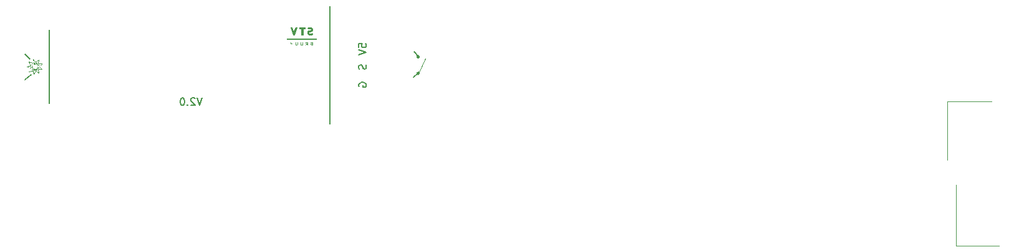
<source format=gbr>
%TF.GenerationSoftware,KiCad,Pcbnew,9.0.2*%
%TF.CreationDate,2025-07-09T21:54:35+02:00*%
%TF.ProjectId,drone_controller,64726f6e-655f-4636-9f6e-74726f6c6c65,rev?*%
%TF.SameCoordinates,Original*%
%TF.FileFunction,Legend,Bot*%
%TF.FilePolarity,Positive*%
%FSLAX46Y46*%
G04 Gerber Fmt 4.6, Leading zero omitted, Abs format (unit mm)*
G04 Created by KiCad (PCBNEW 9.0.2) date 2025-07-09 21:54:35*
%MOMM*%
%LPD*%
G01*
G04 APERTURE LIST*
%ADD10C,0.152400*%
%ADD11C,0.000000*%
%ADD12C,0.100000*%
%ADD13C,0.262132*%
%ADD14C,0.150000*%
G04 APERTURE END LIST*
D10*
X181250000Y-110550000D02*
X180675000Y-111025000D01*
D11*
G36*
X164408834Y-104857188D02*
G01*
X164596688Y-104238063D01*
X164879792Y-104238063D01*
X164512021Y-105346667D01*
X164308292Y-105346667D01*
X163943167Y-104238063D01*
X164226271Y-104238063D01*
X164408834Y-104857188D01*
G37*
G36*
X165972521Y-104500000D02*
G01*
X165700000Y-104500000D01*
X165700000Y-105365188D01*
X165427479Y-105365188D01*
X165427479Y-104500000D01*
X165157604Y-104500000D01*
X165157604Y-104256584D01*
X165972521Y-104256584D01*
X165972521Y-104500000D01*
G37*
G36*
X129049306Y-108567930D02*
G01*
X129052683Y-108568258D01*
X129056047Y-108568778D01*
X129059382Y-108569489D01*
X129062676Y-108570392D01*
X129065914Y-108571487D01*
X129069084Y-108572772D01*
X129072171Y-108574247D01*
X129075161Y-108575914D01*
X129078042Y-108577770D01*
X129080799Y-108579816D01*
X129083419Y-108582052D01*
X129085888Y-108584477D01*
X129088193Y-108587091D01*
X129342722Y-109031274D01*
X129344297Y-109031202D01*
X129346455Y-109030410D01*
X129349160Y-109028941D01*
X129352373Y-109026840D01*
X129360175Y-109020914D01*
X129369559Y-109012980D01*
X129380223Y-109003388D01*
X129391867Y-108992486D01*
X129416885Y-108968151D01*
X129495810Y-108888240D01*
X129551271Y-108835546D01*
X129607153Y-108782962D01*
X129662966Y-108730140D01*
X129718219Y-108676732D01*
X129721437Y-108674195D01*
X129724724Y-108672014D01*
X129728070Y-108670178D01*
X129731462Y-108668678D01*
X129734890Y-108667504D01*
X129738343Y-108666645D01*
X129741809Y-108666092D01*
X129745277Y-108665833D01*
X129748737Y-108665859D01*
X129752176Y-108666159D01*
X129755585Y-108666724D01*
X129758951Y-108667544D01*
X129762264Y-108668607D01*
X129765512Y-108669904D01*
X129768685Y-108671425D01*
X129771770Y-108673160D01*
X129774758Y-108675098D01*
X129777637Y-108677229D01*
X129780395Y-108679544D01*
X129783022Y-108682031D01*
X129785506Y-108684681D01*
X129787837Y-108687483D01*
X129790003Y-108690428D01*
X129791993Y-108693505D01*
X129793795Y-108696704D01*
X129795400Y-108700015D01*
X129796795Y-108703427D01*
X129797970Y-108706931D01*
X129798912Y-108710516D01*
X129799612Y-108714173D01*
X129800058Y-108717890D01*
X129800239Y-108721658D01*
X129710281Y-109232357D01*
X129760737Y-109227426D01*
X129811252Y-109223251D01*
X129912416Y-109216581D01*
X130114988Y-109205846D01*
X130124593Y-109205034D01*
X130135334Y-109203727D01*
X130159301Y-109200437D01*
X130172063Y-109198860D01*
X130185036Y-109197598D01*
X130197988Y-109196854D01*
X130210688Y-109196830D01*
X130222904Y-109197730D01*
X130228758Y-109198589D01*
X130234405Y-109199756D01*
X130239815Y-109201254D01*
X130244959Y-109203110D01*
X130249809Y-109205349D01*
X130254336Y-109207996D01*
X130258510Y-109211077D01*
X130262302Y-109214616D01*
X130265685Y-109218640D01*
X130268628Y-109223174D01*
X130271104Y-109228242D01*
X130273082Y-109233870D01*
X130274534Y-109240084D01*
X130275431Y-109246909D01*
X130275526Y-109248573D01*
X130275524Y-109250231D01*
X130275431Y-109251881D01*
X130275249Y-109253524D01*
X130274983Y-109255158D01*
X130274637Y-109256783D01*
X130274214Y-109258398D01*
X130273718Y-109260002D01*
X130272524Y-109263174D01*
X130271085Y-109266295D01*
X130269434Y-109269357D01*
X130267599Y-109272355D01*
X130265614Y-109275283D01*
X130263508Y-109278136D01*
X130261313Y-109280906D01*
X130259060Y-109283588D01*
X130254503Y-109288664D01*
X130250084Y-109293317D01*
X130230989Y-109312372D01*
X130210823Y-109331235D01*
X130189723Y-109349925D01*
X130167828Y-109368466D01*
X130122197Y-109405183D01*
X130075029Y-109441556D01*
X129980474Y-109513962D01*
X129935284Y-109550338D01*
X129913691Y-109568644D01*
X129892949Y-109587057D01*
X129889177Y-109590565D01*
X129885469Y-109594132D01*
X129881812Y-109597746D01*
X129878192Y-109601391D01*
X129871005Y-109608719D01*
X129863792Y-109616003D01*
X130273738Y-109915035D01*
X130277355Y-109918544D01*
X130280640Y-109922131D01*
X130283595Y-109925783D01*
X130286225Y-109929489D01*
X130288533Y-109933239D01*
X130290521Y-109937020D01*
X130292195Y-109940823D01*
X130293558Y-109944636D01*
X130294612Y-109948447D01*
X130295362Y-109952247D01*
X130295811Y-109956023D01*
X130295962Y-109959764D01*
X130295820Y-109963460D01*
X130295388Y-109967099D01*
X130294669Y-109970670D01*
X130293668Y-109974163D01*
X130292386Y-109977565D01*
X130290829Y-109980866D01*
X130288999Y-109984055D01*
X130286900Y-109987120D01*
X130284536Y-109990051D01*
X130281911Y-109992836D01*
X130279027Y-109995464D01*
X130275888Y-109997925D01*
X130272499Y-110000206D01*
X130268862Y-110002298D01*
X130264981Y-110004188D01*
X130260859Y-110005866D01*
X130256501Y-110007320D01*
X130251909Y-110008540D01*
X130247088Y-110009514D01*
X130242041Y-110010232D01*
X130221849Y-110012164D01*
X130200929Y-110013516D01*
X130157305Y-110014715D01*
X130111971Y-110014304D01*
X130065729Y-110012759D01*
X129973726Y-110008163D01*
X129929569Y-110006063D01*
X129887711Y-110004729D01*
X129856116Y-110004229D01*
X129806762Y-110004226D01*
X129781873Y-110004813D01*
X129760284Y-110006009D01*
X129751533Y-110006884D01*
X129744574Y-110007973D01*
X129739729Y-110009293D01*
X129738201Y-110010047D01*
X129737322Y-110010867D01*
X129858024Y-110505744D01*
X129856978Y-110512951D01*
X129855735Y-110519668D01*
X129854302Y-110525903D01*
X129852683Y-110531665D01*
X129850881Y-110536965D01*
X129848902Y-110541810D01*
X129846751Y-110546212D01*
X129844431Y-110550179D01*
X129841947Y-110553720D01*
X129839304Y-110556845D01*
X129836506Y-110559563D01*
X129833558Y-110561883D01*
X129830464Y-110563816D01*
X129827230Y-110565370D01*
X129823858Y-110566554D01*
X129820354Y-110567378D01*
X129816723Y-110567852D01*
X129812969Y-110567984D01*
X129809096Y-110567785D01*
X129805109Y-110567262D01*
X129801013Y-110566427D01*
X129796812Y-110565287D01*
X129792510Y-110563854D01*
X129788112Y-110562135D01*
X129783623Y-110560140D01*
X129779048Y-110557878D01*
X129774389Y-110555360D01*
X129769653Y-110552594D01*
X129759966Y-110546356D01*
X129750021Y-110539240D01*
X129728496Y-110522695D01*
X129707125Y-110505471D01*
X129664752Y-110469384D01*
X129622715Y-110431770D01*
X129580827Y-110393421D01*
X129538902Y-110355130D01*
X129496753Y-110317687D01*
X129475537Y-110299531D01*
X129454194Y-110281885D01*
X129432702Y-110264847D01*
X129411037Y-110248516D01*
X129407249Y-110245633D01*
X129403399Y-110242628D01*
X129401440Y-110241139D01*
X129399453Y-110239691D01*
X129397432Y-110238308D01*
X129395374Y-110237013D01*
X129393274Y-110235830D01*
X129391126Y-110234784D01*
X129390034Y-110234319D01*
X129388928Y-110233897D01*
X129387808Y-110233521D01*
X129386674Y-110233194D01*
X129385525Y-110232919D01*
X129384360Y-110232698D01*
X129383179Y-110232536D01*
X129381981Y-110232434D01*
X129380766Y-110232396D01*
X129379534Y-110232424D01*
X129378282Y-110232523D01*
X129377012Y-110232694D01*
X129217521Y-110562682D01*
X129191857Y-110615704D01*
X129159280Y-110682439D01*
X129154393Y-110689756D01*
X129151756Y-110693162D01*
X129148973Y-110696377D01*
X129146030Y-110699383D01*
X129142915Y-110702163D01*
X129139613Y-110704699D01*
X129136113Y-110706973D01*
X129132400Y-110708969D01*
X129128462Y-110710668D01*
X129124285Y-110712053D01*
X129119856Y-110713106D01*
X129115362Y-110713780D01*
X129115162Y-110713810D01*
X129110190Y-110714148D01*
X129104926Y-110714101D01*
X129099358Y-110713653D01*
X129097220Y-110713328D01*
X129095132Y-110712855D01*
X129093095Y-110712239D01*
X129091107Y-110711487D01*
X129089170Y-110710605D01*
X129087284Y-110709600D01*
X129085448Y-110708479D01*
X129083663Y-110707247D01*
X129081930Y-110705911D01*
X129080247Y-110704478D01*
X129078616Y-110702954D01*
X129077036Y-110701345D01*
X129075507Y-110699658D01*
X129074031Y-110697900D01*
X129072606Y-110696076D01*
X129071233Y-110694193D01*
X129068644Y-110690277D01*
X129066264Y-110686203D01*
X129064094Y-110682022D01*
X129062136Y-110677786D01*
X129060391Y-110673546D01*
X129058860Y-110669354D01*
X129057543Y-110665261D01*
X129056443Y-110661319D01*
X129050678Y-110637706D01*
X129045338Y-110613437D01*
X129035745Y-110563274D01*
X129027292Y-110511508D01*
X129019606Y-110458820D01*
X129005045Y-110353393D01*
X128997424Y-110302014D01*
X128989080Y-110252431D01*
X128985725Y-110234096D01*
X128983084Y-110220582D01*
X128980018Y-110206156D01*
X128976689Y-110192305D01*
X128974977Y-110186060D01*
X128973259Y-110180518D01*
X128971558Y-110175863D01*
X128969892Y-110172283D01*
X128969079Y-110170953D01*
X128968282Y-110169962D01*
X128967505Y-110169333D01*
X128966749Y-110169088D01*
X128497219Y-110377209D01*
X128492924Y-110377898D01*
X128488732Y-110378315D01*
X128484650Y-110378467D01*
X128480682Y-110378361D01*
X128476836Y-110378007D01*
X128473115Y-110377410D01*
X128469527Y-110376581D01*
X128466076Y-110375525D01*
X128462767Y-110374251D01*
X128459608Y-110372767D01*
X128456603Y-110371080D01*
X128453757Y-110369199D01*
X128451077Y-110367131D01*
X128448568Y-110364885D01*
X128446235Y-110362467D01*
X128444085Y-110359885D01*
X128442122Y-110357149D01*
X128440352Y-110354264D01*
X128438782Y-110351240D01*
X128437416Y-110348084D01*
X128436260Y-110344803D01*
X128435320Y-110341406D01*
X128434601Y-110337901D01*
X128434109Y-110334294D01*
X128433849Y-110330595D01*
X128433828Y-110326811D01*
X128434050Y-110322949D01*
X128434521Y-110319018D01*
X128435248Y-110315025D01*
X128436234Y-110310979D01*
X128437487Y-110306886D01*
X128439011Y-110302755D01*
X128692905Y-109864658D01*
X128692601Y-109863916D01*
X128692276Y-109863207D01*
X128691928Y-109862529D01*
X128691560Y-109861883D01*
X128691172Y-109861266D01*
X128690765Y-109860677D01*
X128690339Y-109860116D01*
X128689895Y-109859581D01*
X128689433Y-109859070D01*
X128688955Y-109858584D01*
X128688460Y-109858121D01*
X128687950Y-109857679D01*
X128687425Y-109857258D01*
X128686886Y-109856856D01*
X128686334Y-109856472D01*
X128685768Y-109856105D01*
X128684601Y-109855419D01*
X128683390Y-109854787D01*
X128682141Y-109854201D01*
X128680858Y-109853652D01*
X128679547Y-109853131D01*
X128678212Y-109852628D01*
X128675496Y-109851641D01*
X128198346Y-109715010D01*
X128195381Y-109713605D01*
X128192566Y-109712027D01*
X128189904Y-109710284D01*
X128187394Y-109708387D01*
X128185039Y-109706344D01*
X128182838Y-109704166D01*
X128180792Y-109701862D01*
X128178903Y-109699441D01*
X128177172Y-109696913D01*
X128175598Y-109694287D01*
X128174184Y-109691573D01*
X128172929Y-109688781D01*
X128171835Y-109685919D01*
X128170903Y-109682998D01*
X128170133Y-109680027D01*
X128169526Y-109677016D01*
X128169084Y-109673973D01*
X128168807Y-109670909D01*
X128168695Y-109667833D01*
X128168751Y-109664754D01*
X128168837Y-109663575D01*
X128265603Y-109663575D01*
X128266691Y-109664660D01*
X128267811Y-109665696D01*
X128270142Y-109667627D01*
X128272583Y-109669382D01*
X128275124Y-109670978D01*
X128277753Y-109672431D01*
X128280457Y-109673756D01*
X128283227Y-109674971D01*
X128286049Y-109676090D01*
X128288913Y-109677129D01*
X128291807Y-109678105D01*
X128297639Y-109679931D01*
X128303452Y-109681695D01*
X128309154Y-109683524D01*
X128360540Y-109700000D01*
X128412763Y-109715277D01*
X128518664Y-109743790D01*
X128624744Y-109772174D01*
X128677190Y-109787289D01*
X128728889Y-109803539D01*
X128731977Y-109805238D01*
X128734921Y-109806961D01*
X128737721Y-109808712D01*
X128740378Y-109810491D01*
X128742891Y-109812301D01*
X128745261Y-109814143D01*
X128747488Y-109816021D01*
X128749572Y-109817935D01*
X128751513Y-109819888D01*
X128753312Y-109821881D01*
X128754968Y-109823918D01*
X128756482Y-109825998D01*
X128757855Y-109828126D01*
X128759085Y-109830301D01*
X128760174Y-109832528D01*
X128761122Y-109834806D01*
X128761928Y-109837140D01*
X128762593Y-109839529D01*
X128763117Y-109841977D01*
X128763501Y-109844485D01*
X128763744Y-109847056D01*
X128763847Y-109849690D01*
X128763810Y-109852391D01*
X128763633Y-109855160D01*
X128763316Y-109858000D01*
X128762859Y-109860911D01*
X128762263Y-109863896D01*
X128761528Y-109866958D01*
X128760654Y-109870097D01*
X128759641Y-109873317D01*
X128758489Y-109876618D01*
X128757199Y-109880004D01*
X128514312Y-110301168D01*
X128987387Y-110100190D01*
X128989522Y-110100536D01*
X128991650Y-110101022D01*
X128993767Y-110101645D01*
X128995870Y-110102398D01*
X128997954Y-110103276D01*
X129000017Y-110104272D01*
X129002056Y-110105383D01*
X129004065Y-110106601D01*
X129006043Y-110107922D01*
X129007985Y-110109340D01*
X129009889Y-110110849D01*
X129011750Y-110112444D01*
X129015331Y-110115869D01*
X129018700Y-110119571D01*
X129021830Y-110123504D01*
X129024693Y-110127625D01*
X129027260Y-110131889D01*
X129029505Y-110136251D01*
X129031399Y-110140667D01*
X129032205Y-110142882D01*
X129032913Y-110145093D01*
X129033520Y-110147295D01*
X129034021Y-110149484D01*
X129034414Y-110151652D01*
X129034694Y-110153795D01*
X129112270Y-110618668D01*
X129113015Y-110619290D01*
X129113780Y-110619727D01*
X129114564Y-110619987D01*
X129115362Y-110620081D01*
X129116174Y-110620019D01*
X129116997Y-110619810D01*
X129117827Y-110619465D01*
X129118664Y-110618994D01*
X129119504Y-110618407D01*
X129120345Y-110617713D01*
X129121185Y-110616922D01*
X129122021Y-110616045D01*
X129123673Y-110614073D01*
X129125281Y-110611874D01*
X129126826Y-110609530D01*
X129128290Y-110607120D01*
X129129653Y-110604725D01*
X129130896Y-110602423D01*
X129134283Y-110595755D01*
X129158851Y-110546834D01*
X129182652Y-110495946D01*
X129229289Y-110391285D01*
X129252793Y-110339023D01*
X129276868Y-110287814D01*
X129301847Y-110238414D01*
X129314780Y-110214628D01*
X129328064Y-110191577D01*
X129329881Y-110188618D01*
X129331739Y-110185774D01*
X129333640Y-110183048D01*
X129335583Y-110180442D01*
X129337568Y-110177959D01*
X129339597Y-110175601D01*
X129341669Y-110173371D01*
X129343784Y-110171272D01*
X129345942Y-110169306D01*
X129348145Y-110167474D01*
X129350392Y-110165781D01*
X129352684Y-110164228D01*
X129355020Y-110162818D01*
X129357402Y-110161553D01*
X129359829Y-110160436D01*
X129362301Y-110159470D01*
X129364819Y-110158656D01*
X129367384Y-110157998D01*
X129369995Y-110157498D01*
X129372653Y-110157158D01*
X129375357Y-110156980D01*
X129378109Y-110156968D01*
X129380908Y-110157124D01*
X129383756Y-110157451D01*
X129386651Y-110157950D01*
X129389594Y-110158625D01*
X129392586Y-110159477D01*
X129395628Y-110160510D01*
X129398718Y-110161726D01*
X129401857Y-110163127D01*
X129405047Y-110164715D01*
X129408286Y-110166495D01*
X129784206Y-110481084D01*
X129674615Y-110021926D01*
X129673720Y-110017039D01*
X129673017Y-110012307D01*
X129672506Y-110007731D01*
X129672187Y-110003311D01*
X129672059Y-109999046D01*
X129672123Y-109994935D01*
X129672376Y-109990978D01*
X129672820Y-109987176D01*
X129673453Y-109983526D01*
X129674274Y-109980030D01*
X129675285Y-109976686D01*
X129676483Y-109973495D01*
X129677869Y-109970455D01*
X129679442Y-109967567D01*
X129681202Y-109964830D01*
X129683148Y-109962243D01*
X129685280Y-109959806D01*
X129687597Y-109957520D01*
X129690099Y-109955383D01*
X129692785Y-109953395D01*
X129695655Y-109951555D01*
X129698708Y-109949864D01*
X129701945Y-109948320D01*
X129705363Y-109946924D01*
X129708964Y-109945675D01*
X129712746Y-109944573D01*
X129716710Y-109943617D01*
X129720854Y-109942807D01*
X129725178Y-109942142D01*
X129729682Y-109941623D01*
X129739227Y-109941017D01*
X129742722Y-109940985D01*
X129746151Y-109941095D01*
X129749522Y-109941329D01*
X129752842Y-109941667D01*
X129756121Y-109942089D01*
X129759368Y-109942578D01*
X129765797Y-109943676D01*
X129772200Y-109944809D01*
X129778644Y-109945824D01*
X129781903Y-109946240D01*
X129785198Y-109946569D01*
X129788538Y-109946792D01*
X129791932Y-109946890D01*
X129894493Y-109947501D01*
X129997149Y-109947287D01*
X130099775Y-109946161D01*
X130202247Y-109944033D01*
X129810452Y-109653203D01*
X129808598Y-109651133D01*
X129806862Y-109649022D01*
X129805246Y-109646873D01*
X129803748Y-109644687D01*
X129802368Y-109642467D01*
X129801104Y-109640215D01*
X129799957Y-109637934D01*
X129798926Y-109635625D01*
X129798009Y-109633291D01*
X129797207Y-109630934D01*
X129796518Y-109628557D01*
X129795943Y-109626161D01*
X129795479Y-109623749D01*
X129795127Y-109621323D01*
X129794887Y-109618886D01*
X129794756Y-109616439D01*
X129794735Y-109613985D01*
X129794823Y-109611527D01*
X129795019Y-109609065D01*
X129795323Y-109606603D01*
X129795734Y-109604143D01*
X129796251Y-109601688D01*
X129796874Y-109599238D01*
X129797601Y-109596797D01*
X129799368Y-109591950D01*
X129801547Y-109587165D01*
X129804132Y-109582459D01*
X129807119Y-109577850D01*
X130181134Y-109264054D01*
X130161048Y-109265751D01*
X130140892Y-109266793D01*
X130120689Y-109267361D01*
X130100462Y-109267633D01*
X130060032Y-109268005D01*
X130039876Y-109268465D01*
X130019791Y-109269346D01*
X129981405Y-109272228D01*
X129941666Y-109276224D01*
X129860088Y-109285598D01*
X129819232Y-109289997D01*
X129778987Y-109293553D01*
X129739843Y-109295775D01*
X129720837Y-109296233D01*
X129702291Y-109296174D01*
X129697821Y-109295999D01*
X129693566Y-109295644D01*
X129689522Y-109295113D01*
X129685686Y-109294410D01*
X129682054Y-109293538D01*
X129678622Y-109292501D01*
X129675386Y-109291303D01*
X129672343Y-109289948D01*
X129669489Y-109288438D01*
X129666820Y-109286778D01*
X129664332Y-109284971D01*
X129662022Y-109283021D01*
X129659885Y-109280931D01*
X129657919Y-109278706D01*
X129656118Y-109276349D01*
X129654481Y-109273863D01*
X129653002Y-109271253D01*
X129651678Y-109268521D01*
X129650505Y-109265672D01*
X129649479Y-109262709D01*
X129648598Y-109259636D01*
X129647856Y-109256456D01*
X129647251Y-109253174D01*
X129646778Y-109249792D01*
X129646434Y-109246315D01*
X129646214Y-109242745D01*
X129646135Y-109235346D01*
X129646510Y-109227622D01*
X129647310Y-109219604D01*
X129648758Y-109209154D01*
X129650608Y-109197815D01*
X129655076Y-109173481D01*
X129659842Y-109148621D01*
X129662063Y-109136624D01*
X129664032Y-109125254D01*
X129731342Y-108756054D01*
X129729962Y-108755926D01*
X129728600Y-108755894D01*
X129727256Y-108755955D01*
X129725933Y-108756104D01*
X129724630Y-108756336D01*
X129723348Y-108756646D01*
X129722088Y-108757030D01*
X129720851Y-108757483D01*
X129719638Y-108758001D01*
X129718449Y-108758578D01*
X129717285Y-108759211D01*
X129716147Y-108759894D01*
X129715035Y-108760623D01*
X129713951Y-108761393D01*
X129712895Y-108762200D01*
X129711869Y-108763039D01*
X129691334Y-108780987D01*
X129670910Y-108799925D01*
X129650576Y-108819700D01*
X129630310Y-108840161D01*
X129589898Y-108882534D01*
X129549500Y-108925831D01*
X129508947Y-108968837D01*
X129468066Y-109010339D01*
X129447449Y-109030148D01*
X129426685Y-109049125D01*
X129405753Y-109067119D01*
X129384632Y-109083979D01*
X129378582Y-109088481D01*
X129372700Y-109092553D01*
X129366970Y-109096156D01*
X129361370Y-109099246D01*
X129358614Y-109100587D01*
X129355883Y-109101784D01*
X129353176Y-109102832D01*
X129350489Y-109103727D01*
X129347821Y-109104464D01*
X129345169Y-109105036D01*
X129342531Y-109105439D01*
X129339904Y-109105668D01*
X129337287Y-109105718D01*
X129334675Y-109105583D01*
X129332068Y-109105258D01*
X129329463Y-109104739D01*
X129326858Y-109104019D01*
X129324249Y-109103095D01*
X129321635Y-109101960D01*
X129319014Y-109100610D01*
X129316382Y-109099040D01*
X129313738Y-109097243D01*
X129311079Y-109095216D01*
X129308403Y-109092953D01*
X129305707Y-109090449D01*
X129302989Y-109087699D01*
X129300247Y-109084697D01*
X129297478Y-109081439D01*
X129057766Y-108662550D01*
X129057032Y-108662330D01*
X129056347Y-108662163D01*
X129055709Y-108662049D01*
X129055116Y-108661985D01*
X129054566Y-108661970D01*
X129054057Y-108662003D01*
X129053588Y-108662081D01*
X129053155Y-108662203D01*
X129052759Y-108662368D01*
X129052395Y-108662574D01*
X129052063Y-108662819D01*
X129051761Y-108663101D01*
X129051486Y-108663420D01*
X129051236Y-108663772D01*
X129051011Y-108664158D01*
X129050807Y-108664574D01*
X129050623Y-108665021D01*
X129050457Y-108665494D01*
X129050307Y-108665995D01*
X129050171Y-108666519D01*
X129049934Y-108667636D01*
X129049729Y-108668831D01*
X129049356Y-108671406D01*
X129049157Y-108672759D01*
X129048929Y-108674139D01*
X129042654Y-108713908D01*
X129037668Y-108754570D01*
X129033651Y-108795853D01*
X129030282Y-108837486D01*
X129024216Y-108920710D01*
X129020879Y-108961757D01*
X129016914Y-109002064D01*
X129013215Y-109038965D01*
X129010661Y-109063007D01*
X129007601Y-109088318D01*
X129004004Y-109113053D01*
X129001996Y-109124629D01*
X128999844Y-109135369D01*
X128997543Y-109145043D01*
X128995090Y-109153421D01*
X128992482Y-109160271D01*
X128989715Y-109165364D01*
X128987522Y-109168309D01*
X128985223Y-109170979D01*
X128982823Y-109173383D01*
X128980328Y-109175532D01*
X128977743Y-109177436D01*
X128975074Y-109179104D01*
X128972327Y-109180547D01*
X128969506Y-109181775D01*
X128966617Y-109182798D01*
X128963666Y-109183625D01*
X128960659Y-109184267D01*
X128957600Y-109184734D01*
X128954495Y-109185036D01*
X128951350Y-109185182D01*
X128948170Y-109185184D01*
X128944961Y-109185049D01*
X128938476Y-109184415D01*
X128931940Y-109183360D01*
X128925396Y-109181964D01*
X128918888Y-109180307D01*
X128912460Y-109178468D01*
X128906156Y-109176529D01*
X128894095Y-109172667D01*
X128514047Y-109028839D01*
X128505078Y-109025974D01*
X128500536Y-109024615D01*
X128495956Y-109023376D01*
X128493652Y-109022818D01*
X128491339Y-109022311D01*
X128489016Y-109021860D01*
X128486685Y-109021473D01*
X128484345Y-109021155D01*
X128481995Y-109020915D01*
X128479637Y-109020757D01*
X128477270Y-109020690D01*
X128477270Y-109020637D01*
X128477117Y-109021006D01*
X128477155Y-109021634D01*
X128477761Y-109023602D01*
X128478997Y-109026411D01*
X128480772Y-109029929D01*
X128485575Y-109038566D01*
X128491438Y-109048458D01*
X128497635Y-109058554D01*
X128503434Y-109067801D01*
X128510925Y-109079534D01*
X128537688Y-109119321D01*
X128566621Y-109160296D01*
X128627401Y-109244343D01*
X128657455Y-109286683D01*
X128686088Y-109328746D01*
X128699592Y-109349560D01*
X128712403Y-109370167D01*
X128724411Y-109390523D01*
X128735503Y-109410580D01*
X128739422Y-109418227D01*
X128742819Y-109425557D01*
X128745651Y-109432585D01*
X128747880Y-109439322D01*
X128748755Y-109442586D01*
X128749464Y-109445783D01*
X128750002Y-109448913D01*
X128750363Y-109451979D01*
X128750543Y-109454981D01*
X128750536Y-109457923D01*
X128750338Y-109460805D01*
X128749943Y-109463629D01*
X128749346Y-109466397D01*
X128748543Y-109469109D01*
X128747528Y-109471769D01*
X128746296Y-109474377D01*
X128744842Y-109476935D01*
X128743161Y-109479444D01*
X128741248Y-109481907D01*
X128739097Y-109484325D01*
X128736705Y-109486699D01*
X128734065Y-109489031D01*
X128731173Y-109491322D01*
X128728023Y-109493575D01*
X128724611Y-109495791D01*
X128720931Y-109497971D01*
X128716979Y-109500118D01*
X128712749Y-109502232D01*
X128265603Y-109663575D01*
X128168837Y-109663575D01*
X128168974Y-109661683D01*
X128169365Y-109658628D01*
X128169926Y-109655599D01*
X128170657Y-109652606D01*
X128171559Y-109649658D01*
X128172633Y-109646765D01*
X128173880Y-109643935D01*
X128175300Y-109641180D01*
X128176895Y-109638507D01*
X128178665Y-109635927D01*
X128180612Y-109633450D01*
X128182736Y-109631084D01*
X128183933Y-109629927D01*
X128185307Y-109628760D01*
X128186837Y-109627589D01*
X128188501Y-109626420D01*
X128190279Y-109625258D01*
X128192148Y-109624109D01*
X128194088Y-109622977D01*
X128196077Y-109621870D01*
X128200118Y-109619748D01*
X128204100Y-109617786D01*
X128207853Y-109616029D01*
X128211205Y-109614521D01*
X128678300Y-109449209D01*
X128678673Y-109448507D01*
X128678905Y-109447676D01*
X128679001Y-109446724D01*
X128678971Y-109445660D01*
X128678822Y-109444492D01*
X128678561Y-109443228D01*
X128677735Y-109440447D01*
X128676552Y-109437384D01*
X128675074Y-109434105D01*
X128673362Y-109430678D01*
X128671474Y-109427170D01*
X128667417Y-109420175D01*
X128663388Y-109413654D01*
X128657345Y-109404177D01*
X128396731Y-109019209D01*
X128395074Y-109014456D01*
X128393739Y-109009768D01*
X128392719Y-109005155D01*
X128392006Y-109000626D01*
X128391592Y-108996189D01*
X128391470Y-108991854D01*
X128391633Y-108987631D01*
X128392072Y-108983527D01*
X128392779Y-108979553D01*
X128393748Y-108975717D01*
X128394971Y-108972029D01*
X128396440Y-108968498D01*
X128398147Y-108965133D01*
X128400084Y-108961943D01*
X128402245Y-108958937D01*
X128404622Y-108956125D01*
X128407206Y-108953516D01*
X128409991Y-108951118D01*
X128412968Y-108948941D01*
X128416131Y-108946994D01*
X128419470Y-108945287D01*
X128422980Y-108943828D01*
X128426651Y-108942626D01*
X128430478Y-108941691D01*
X128434451Y-108941033D01*
X128438563Y-108940659D01*
X128442807Y-108940579D01*
X128447175Y-108940802D01*
X128451659Y-108941339D01*
X128456252Y-108942196D01*
X128460946Y-108943385D01*
X128465734Y-108944914D01*
X128937645Y-109121232D01*
X128951554Y-109005590D01*
X128964619Y-108889794D01*
X128990562Y-108658158D01*
X128992386Y-108642656D01*
X128993306Y-108635470D01*
X128994319Y-108628439D01*
X128995490Y-108621395D01*
X128996887Y-108614172D01*
X128998573Y-108606603D01*
X129000616Y-108598521D01*
X129001666Y-108595152D01*
X129002961Y-108591980D01*
X129004489Y-108589004D01*
X129006234Y-108586225D01*
X129008185Y-108583642D01*
X129010326Y-108581255D01*
X129012644Y-108579064D01*
X129015126Y-108577068D01*
X129017757Y-108575267D01*
X129020525Y-108573661D01*
X129023415Y-108572249D01*
X129026414Y-108571032D01*
X129029508Y-108570009D01*
X129032684Y-108569179D01*
X129035927Y-108568543D01*
X129039225Y-108568101D01*
X129042563Y-108567851D01*
X129045928Y-108567794D01*
X129049306Y-108567930D01*
G37*
G36*
X166334207Y-106742053D02*
G01*
X166334191Y-106742301D01*
X166334146Y-106742548D01*
X166334074Y-106742795D01*
X166333974Y-106743040D01*
X166333849Y-106743283D01*
X166333701Y-106743524D01*
X166333530Y-106743761D01*
X166333338Y-106743996D01*
X166333127Y-106744226D01*
X166332898Y-106744453D01*
X166332393Y-106744890D01*
X166331833Y-106745304D01*
X166331230Y-106745691D01*
X166330596Y-106746047D01*
X166329943Y-106746368D01*
X166329282Y-106746650D01*
X166328625Y-106746890D01*
X166327984Y-106747083D01*
X166327370Y-106747226D01*
X166326794Y-106747314D01*
X166326269Y-106747344D01*
X166257477Y-106747344D01*
X166257229Y-106747329D01*
X166256982Y-106747284D01*
X166256735Y-106747211D01*
X166256490Y-106747112D01*
X166256247Y-106746987D01*
X166256007Y-106746839D01*
X166255769Y-106746668D01*
X166255534Y-106746476D01*
X166255304Y-106746265D01*
X166255078Y-106746036D01*
X166254640Y-106745531D01*
X166254226Y-106744971D01*
X166253839Y-106744368D01*
X166253483Y-106743734D01*
X166253162Y-106743081D01*
X166252880Y-106742420D01*
X166252640Y-106741763D01*
X166252447Y-106741122D01*
X166252305Y-106740508D01*
X166252216Y-106739932D01*
X166252186Y-106739407D01*
X166252186Y-106559490D01*
X166251307Y-106558617D01*
X166250942Y-106558264D01*
X166250615Y-106557961D01*
X166250319Y-106557704D01*
X166250046Y-106557491D01*
X166249916Y-106557398D01*
X166249789Y-106557315D01*
X166249664Y-106557241D01*
X166249540Y-106557175D01*
X166249416Y-106557117D01*
X166249290Y-106557066D01*
X166249163Y-106557022D01*
X166249033Y-106556984D01*
X166248899Y-106556952D01*
X166248761Y-106556925D01*
X166248465Y-106556886D01*
X166248138Y-106556862D01*
X166247772Y-106556850D01*
X166246894Y-106556845D01*
X166167519Y-106556845D01*
X166077561Y-106739407D01*
X166077064Y-106740368D01*
X166076563Y-106741267D01*
X166076055Y-106742105D01*
X166075535Y-106742880D01*
X166074999Y-106743593D01*
X166074445Y-106744244D01*
X166073866Y-106744833D01*
X166073567Y-106745104D01*
X166073261Y-106745360D01*
X166072947Y-106745601D01*
X166072625Y-106745825D01*
X166072294Y-106746035D01*
X166071954Y-106746228D01*
X166071604Y-106746407D01*
X166071244Y-106746569D01*
X166070873Y-106746717D01*
X166070491Y-106746849D01*
X166070098Y-106746965D01*
X166069692Y-106747066D01*
X166069274Y-106747151D01*
X166068843Y-106747221D01*
X166068398Y-106747275D01*
X166067939Y-106747314D01*
X166067466Y-106747337D01*
X166066977Y-106747345D01*
X165995540Y-106744699D01*
X165995416Y-106744819D01*
X165995292Y-106744932D01*
X165995168Y-106745037D01*
X165995044Y-106745135D01*
X165994921Y-106745226D01*
X165994798Y-106745310D01*
X165994675Y-106745388D01*
X165994553Y-106745459D01*
X165994310Y-106745582D01*
X165994069Y-106745681D01*
X165993831Y-106745759D01*
X165993597Y-106745815D01*
X165993366Y-106745852D01*
X165993140Y-106745871D01*
X165992919Y-106745874D01*
X165992703Y-106745862D01*
X165992493Y-106745836D01*
X165992289Y-106745798D01*
X165992092Y-106745749D01*
X165991902Y-106745691D01*
X165991720Y-106745625D01*
X165991546Y-106745553D01*
X165991381Y-106745477D01*
X165991225Y-106745397D01*
X165991079Y-106745314D01*
X165990943Y-106745232D01*
X165990703Y-106745071D01*
X165990510Y-106744926D01*
X165990367Y-106744807D01*
X165990248Y-106744699D01*
X165990008Y-106744451D01*
X165989783Y-106744203D01*
X165989574Y-106743955D01*
X165989380Y-106743707D01*
X165989202Y-106743459D01*
X165989039Y-106743211D01*
X165988892Y-106742963D01*
X165988760Y-106742715D01*
X165988644Y-106742466D01*
X165988543Y-106742218D01*
X165988458Y-106741970D01*
X165988388Y-106741722D01*
X165988334Y-106741474D01*
X165988295Y-106741226D01*
X165988272Y-106740978D01*
X165988264Y-106740730D01*
X165988272Y-106740482D01*
X165988295Y-106740234D01*
X165988334Y-106739986D01*
X165988388Y-106739738D01*
X165988458Y-106739490D01*
X165988543Y-106739242D01*
X165988644Y-106738994D01*
X165988760Y-106738746D01*
X165988892Y-106738498D01*
X165989039Y-106738250D01*
X165989202Y-106738002D01*
X165989380Y-106737754D01*
X165989574Y-106737506D01*
X165989783Y-106737258D01*
X165990008Y-106737010D01*
X165990248Y-106736762D01*
X166088144Y-106546261D01*
X166082990Y-106544425D01*
X166077948Y-106542393D01*
X166068218Y-106537761D01*
X166058983Y-106532408D01*
X166050276Y-106526376D01*
X166042126Y-106519709D01*
X166034566Y-106512449D01*
X166027626Y-106504639D01*
X166021337Y-106496321D01*
X166015730Y-106487538D01*
X166010836Y-106478333D01*
X166006686Y-106468747D01*
X166003312Y-106458825D01*
X166000744Y-106448608D01*
X165999012Y-106438139D01*
X165998471Y-106432823D01*
X165998149Y-106427460D01*
X165998053Y-106422056D01*
X165998186Y-106416616D01*
X166074915Y-106416616D01*
X166074920Y-106417608D01*
X166074932Y-106418104D01*
X166074956Y-106418600D01*
X166074996Y-106419096D01*
X166075055Y-106419592D01*
X166075137Y-106420088D01*
X166075246Y-106420584D01*
X166075386Y-106421080D01*
X166075561Y-106421576D01*
X166075775Y-106422072D01*
X166076031Y-106422569D01*
X166076334Y-106423065D01*
X166076504Y-106423313D01*
X166076687Y-106423561D01*
X166076884Y-106423809D01*
X166077095Y-106424057D01*
X166077320Y-106424305D01*
X166077561Y-106424553D01*
X166077893Y-106427754D01*
X166078392Y-106430904D01*
X166079053Y-106434000D01*
X166079871Y-106437038D01*
X166080842Y-106440014D01*
X166081962Y-106442924D01*
X166083226Y-106445764D01*
X166084630Y-106448531D01*
X166086170Y-106451220D01*
X166087841Y-106453828D01*
X166089639Y-106456350D01*
X166091560Y-106458783D01*
X166093599Y-106461124D01*
X166095751Y-106463367D01*
X166098014Y-106465510D01*
X166100381Y-106467548D01*
X166102849Y-106469477D01*
X166105414Y-106471294D01*
X166108070Y-106472995D01*
X166110814Y-106474576D01*
X166113642Y-106476032D01*
X166116549Y-106477361D01*
X166119530Y-106478558D01*
X166122581Y-106479619D01*
X166125699Y-106480541D01*
X166128877Y-106481319D01*
X166132113Y-106481951D01*
X166135402Y-106482431D01*
X166138739Y-106482756D01*
X166142121Y-106482922D01*
X166145542Y-106482925D01*
X166148998Y-106482761D01*
X166249540Y-106482761D01*
X166250413Y-106481883D01*
X166250767Y-106481517D01*
X166251070Y-106481190D01*
X166251326Y-106480894D01*
X166251540Y-106480622D01*
X166251632Y-106480492D01*
X166251715Y-106480365D01*
X166251789Y-106480240D01*
X166251855Y-106480115D01*
X166251913Y-106479991D01*
X166251964Y-106479866D01*
X166252008Y-106479739D01*
X166252046Y-106479609D01*
X166252078Y-106479475D01*
X166252105Y-106479336D01*
X166252144Y-106479040D01*
X166252168Y-106478714D01*
X166252181Y-106478348D01*
X166252186Y-106477469D01*
X166252186Y-106353115D01*
X166251307Y-106352242D01*
X166250942Y-106351889D01*
X166250615Y-106351586D01*
X166250319Y-106351329D01*
X166250046Y-106351116D01*
X166249916Y-106351023D01*
X166249789Y-106350941D01*
X166249664Y-106350866D01*
X166249540Y-106350800D01*
X166249416Y-106350742D01*
X166249290Y-106350691D01*
X166249163Y-106350647D01*
X166249033Y-106350609D01*
X166248899Y-106350577D01*
X166248761Y-106350550D01*
X166248465Y-106350511D01*
X166248138Y-106350487D01*
X166247772Y-106350475D01*
X166246894Y-106350470D01*
X166146352Y-106350470D01*
X166138415Y-106350470D01*
X166134974Y-106350554D01*
X166131597Y-106350806D01*
X166128289Y-106351220D01*
X166125051Y-106351793D01*
X166121887Y-106352521D01*
X166118800Y-106353400D01*
X166115792Y-106354426D01*
X166112866Y-106355596D01*
X166110026Y-106356905D01*
X166107273Y-106358350D01*
X166104612Y-106359927D01*
X166102045Y-106361632D01*
X166099575Y-106363460D01*
X166097204Y-106365409D01*
X166094936Y-106367474D01*
X166092774Y-106369652D01*
X166090721Y-106371938D01*
X166088778Y-106374329D01*
X166086950Y-106376820D01*
X166085240Y-106379408D01*
X166083649Y-106382090D01*
X166082182Y-106384860D01*
X166080840Y-106387716D01*
X166079628Y-106390653D01*
X166078547Y-106393668D01*
X166077601Y-106396756D01*
X166076792Y-106399914D01*
X166076124Y-106403138D01*
X166075599Y-106406424D01*
X166075221Y-106409768D01*
X166074992Y-106413167D01*
X166074915Y-106416616D01*
X165998186Y-106416616D01*
X165998186Y-106406032D01*
X165998858Y-106398894D01*
X165999879Y-106391874D01*
X166001237Y-106384978D01*
X166002924Y-106378215D01*
X166004931Y-106371593D01*
X166007249Y-106365122D01*
X166009868Y-106358808D01*
X166012779Y-106352661D01*
X166015973Y-106346688D01*
X166019441Y-106340897D01*
X166023173Y-106335298D01*
X166027161Y-106329897D01*
X166031394Y-106324704D01*
X166035865Y-106319727D01*
X166040563Y-106314973D01*
X166045480Y-106310451D01*
X166050606Y-106306170D01*
X166055932Y-106302137D01*
X166061449Y-106298361D01*
X166067148Y-106294850D01*
X166073019Y-106291613D01*
X166079053Y-106288656D01*
X166085242Y-106285990D01*
X166091575Y-106283621D01*
X166098044Y-106281559D01*
X166104640Y-106279811D01*
X166111352Y-106278385D01*
X166118173Y-106277291D01*
X166125093Y-106276535D01*
X166132102Y-106276127D01*
X166139191Y-106276075D01*
X166146352Y-106276386D01*
X166328915Y-106276386D01*
X166329163Y-106276402D01*
X166329410Y-106276446D01*
X166329657Y-106276519D01*
X166329902Y-106276619D01*
X166330145Y-106276744D01*
X166330386Y-106276892D01*
X166330623Y-106277063D01*
X166330858Y-106277254D01*
X166331088Y-106277465D01*
X166331315Y-106277694D01*
X166331752Y-106278200D01*
X166332166Y-106278760D01*
X166332553Y-106279363D01*
X166332909Y-106279997D01*
X166333230Y-106280650D01*
X166333512Y-106281310D01*
X166333752Y-106281967D01*
X166333945Y-106282609D01*
X166334088Y-106283223D01*
X166334176Y-106283799D01*
X166334207Y-106284324D01*
X166334207Y-106353115D01*
X166334207Y-106742053D01*
G37*
D10*
X128700000Y-110700000D02*
X127887500Y-111412500D01*
D12*
X254300000Y-133975000D02*
X254300000Y-125725000D01*
D13*
X181406066Y-110525000D02*
G75*
G02*
X181143934Y-110525000I-131066J0D01*
G01*
X181143934Y-110525000D02*
G75*
G02*
X181406066Y-110525000I131066J0D01*
G01*
D11*
G36*
X129146023Y-109043674D02*
G01*
X129148657Y-109043931D01*
X129151276Y-109044337D01*
X129153877Y-109044890D01*
X129156458Y-109045585D01*
X129159014Y-109046421D01*
X129161542Y-109047394D01*
X129164040Y-109048500D01*
X129166504Y-109049738D01*
X129168931Y-109051103D01*
X129171318Y-109052593D01*
X129173661Y-109054204D01*
X129175957Y-109055935D01*
X129178204Y-109057780D01*
X129180397Y-109059738D01*
X129184612Y-109063979D01*
X129188576Y-109068632D01*
X129197014Y-109079910D01*
X129205082Y-109091817D01*
X129212835Y-109104264D01*
X129220331Y-109117160D01*
X129234774Y-109143947D01*
X129248861Y-109171463D01*
X129263043Y-109198993D01*
X129270309Y-109212541D01*
X129277769Y-109225825D01*
X129285476Y-109238755D01*
X129293489Y-109251242D01*
X129301863Y-109263197D01*
X129310655Y-109274531D01*
X129312091Y-109274121D01*
X129314181Y-109272925D01*
X129320155Y-109268366D01*
X129328252Y-109261245D01*
X129338142Y-109251956D01*
X129361999Y-109228432D01*
X129389110Y-109200924D01*
X129442628Y-109146480D01*
X129463802Y-109125803D01*
X129471849Y-109118471D01*
X129477765Y-109113665D01*
X129482021Y-109110751D01*
X129486269Y-109108122D01*
X129490500Y-109105776D01*
X129494707Y-109103713D01*
X129498881Y-109101929D01*
X129503013Y-109100426D01*
X129507094Y-109099201D01*
X129511116Y-109098253D01*
X129515071Y-109097581D01*
X129518949Y-109097183D01*
X129522743Y-109097059D01*
X129526443Y-109097208D01*
X129530042Y-109097628D01*
X129533530Y-109098317D01*
X129536899Y-109099276D01*
X129540141Y-109100502D01*
X129543246Y-109101994D01*
X129546207Y-109103751D01*
X129549015Y-109105773D01*
X129551661Y-109108057D01*
X129554136Y-109110602D01*
X129556432Y-109113408D01*
X129558541Y-109116473D01*
X129560454Y-109119796D01*
X129562163Y-109123376D01*
X129563658Y-109127211D01*
X129564931Y-109131301D01*
X129565974Y-109135644D01*
X129566778Y-109140238D01*
X129567334Y-109145084D01*
X129567635Y-109150179D01*
X129567671Y-109155522D01*
X129567062Y-109163550D01*
X129565549Y-109174834D01*
X129560388Y-109205145D01*
X129545565Y-109282555D01*
X129538209Y-109321548D01*
X129532428Y-109355331D01*
X129530489Y-109369002D01*
X129529376Y-109379850D01*
X129529234Y-109387370D01*
X129529571Y-109389723D01*
X129530206Y-109391054D01*
X129539105Y-109390919D01*
X129548020Y-109390919D01*
X129565878Y-109391127D01*
X129583747Y-109391285D01*
X129592674Y-109391222D01*
X129601590Y-109391001D01*
X129611102Y-109390502D01*
X129620966Y-109389729D01*
X129641533Y-109387545D01*
X129684478Y-109381886D01*
X129705973Y-109379136D01*
X129726896Y-109376922D01*
X129737005Y-109376129D01*
X129746806Y-109375605D01*
X129756243Y-109375397D01*
X129765262Y-109375549D01*
X129769978Y-109375878D01*
X129774521Y-109376491D01*
X129778883Y-109377376D01*
X129783059Y-109378522D01*
X129787045Y-109379918D01*
X129790834Y-109381551D01*
X129794420Y-109383410D01*
X129797799Y-109385484D01*
X129800965Y-109387762D01*
X129803912Y-109390231D01*
X129806635Y-109392881D01*
X129809128Y-109395700D01*
X129811385Y-109398677D01*
X129813402Y-109401799D01*
X129815172Y-109405057D01*
X129816690Y-109408437D01*
X129817951Y-109411929D01*
X129818948Y-109415521D01*
X129819677Y-109419201D01*
X129820132Y-109422959D01*
X129820307Y-109426783D01*
X129820198Y-109430661D01*
X129819797Y-109434581D01*
X129819100Y-109438533D01*
X129818102Y-109442505D01*
X129816796Y-109446485D01*
X129815177Y-109450462D01*
X129813240Y-109454425D01*
X129810979Y-109458361D01*
X129808389Y-109462260D01*
X129805463Y-109466110D01*
X129802197Y-109469900D01*
X129793637Y-109478783D01*
X129784334Y-109487655D01*
X129774385Y-109496514D01*
X129763887Y-109505360D01*
X129741637Y-109523016D01*
X129718364Y-109540623D01*
X129694848Y-109558179D01*
X129671869Y-109575686D01*
X129660824Y-109584421D01*
X129650207Y-109593144D01*
X129640113Y-109601854D01*
X129630642Y-109610552D01*
X129629738Y-109611391D01*
X129628804Y-109612224D01*
X129626897Y-109613896D01*
X129625951Y-109614745D01*
X129625028Y-109615612D01*
X129624142Y-109616501D01*
X129623306Y-109617418D01*
X129622534Y-109618368D01*
X129622176Y-109618858D01*
X129621839Y-109619358D01*
X129621525Y-109619869D01*
X129621236Y-109620392D01*
X129620973Y-109620927D01*
X129620737Y-109621476D01*
X129620531Y-109622039D01*
X129620356Y-109622616D01*
X129620214Y-109623209D01*
X129620107Y-109623817D01*
X129620036Y-109624443D01*
X129620003Y-109625086D01*
X129620010Y-109625747D01*
X129620058Y-109626427D01*
X129816220Y-109765227D01*
X129818620Y-109767343D01*
X129820780Y-109769725D01*
X129822706Y-109772352D01*
X129824403Y-109775203D01*
X129825875Y-109778255D01*
X129827126Y-109781486D01*
X129828162Y-109784875D01*
X129828986Y-109788400D01*
X129829605Y-109792038D01*
X129830021Y-109795768D01*
X129830240Y-109799567D01*
X129830266Y-109803415D01*
X129829759Y-109811166D01*
X129828537Y-109818845D01*
X129826636Y-109826278D01*
X129825443Y-109829847D01*
X129824094Y-109833288D01*
X129822594Y-109836580D01*
X129820947Y-109839701D01*
X129819158Y-109842629D01*
X129817232Y-109845341D01*
X129815174Y-109847817D01*
X129812987Y-109850033D01*
X129810677Y-109851969D01*
X129808248Y-109853602D01*
X129805704Y-109854910D01*
X129803051Y-109855872D01*
X129800293Y-109856465D01*
X129797435Y-109856667D01*
X129546081Y-109856667D01*
X129546134Y-109856721D01*
X129545913Y-109857172D01*
X129545785Y-109857974D01*
X129545784Y-109860546D01*
X129546088Y-109864260D01*
X129546657Y-109868940D01*
X129548425Y-109880493D01*
X129550757Y-109893795D01*
X129555800Y-109920010D01*
X129559151Y-109936307D01*
X129562946Y-109951397D01*
X129568436Y-109970549D01*
X129581760Y-110015060D01*
X129588221Y-110037431D01*
X129593635Y-110057885D01*
X129595734Y-110066926D01*
X129597314Y-110074928D01*
X129598289Y-110081704D01*
X129598574Y-110087067D01*
X129598486Y-110096914D01*
X129598379Y-110099857D01*
X129598185Y-110102949D01*
X129597880Y-110106167D01*
X129597436Y-110109490D01*
X129596829Y-110112897D01*
X129596033Y-110116364D01*
X129595020Y-110119871D01*
X129593767Y-110123396D01*
X129593042Y-110125158D01*
X129592246Y-110126916D01*
X129591377Y-110128668D01*
X129590432Y-110130410D01*
X129589407Y-110132140D01*
X129588299Y-110133856D01*
X129587105Y-110135554D01*
X129585821Y-110137232D01*
X129583885Y-110139396D01*
X129581879Y-110141395D01*
X129579807Y-110143234D01*
X129577674Y-110144913D01*
X129575483Y-110146437D01*
X129573239Y-110147808D01*
X129570946Y-110149029D01*
X129568607Y-110150104D01*
X129566227Y-110151034D01*
X129563809Y-110151824D01*
X129561359Y-110152476D01*
X129558880Y-110152993D01*
X129556375Y-110153377D01*
X129553850Y-110153633D01*
X129551308Y-110153762D01*
X129548753Y-110153768D01*
X129546190Y-110153654D01*
X129543621Y-110153422D01*
X129541053Y-110153076D01*
X129538488Y-110152619D01*
X129533384Y-110151381D01*
X129528344Y-110149733D01*
X129523399Y-110147698D01*
X129518582Y-110145300D01*
X129513926Y-110142562D01*
X129509462Y-110139507D01*
X129347961Y-109999331D01*
X129346773Y-109998365D01*
X129345612Y-109997508D01*
X129344476Y-109996757D01*
X129343364Y-109996110D01*
X129342277Y-109995564D01*
X129341212Y-109995116D01*
X129340170Y-109994762D01*
X129339149Y-109994501D01*
X129338150Y-109994328D01*
X129337171Y-109994242D01*
X129336211Y-109994240D01*
X129335270Y-109994317D01*
X129334348Y-109994473D01*
X129333443Y-109994703D01*
X129332555Y-109995005D01*
X129331682Y-109995375D01*
X129330825Y-109995812D01*
X129329983Y-109996312D01*
X129329155Y-109996873D01*
X129328340Y-109997490D01*
X129327537Y-109998162D01*
X129326746Y-109998886D01*
X129325198Y-110000477D01*
X129323687Y-110002239D01*
X129322210Y-110004151D01*
X129320761Y-110006187D01*
X129319333Y-110008327D01*
X129312874Y-110018973D01*
X129306668Y-110030468D01*
X129300672Y-110042682D01*
X129294846Y-110055487D01*
X129283540Y-110082359D01*
X129272422Y-110110059D01*
X129261166Y-110137560D01*
X129255383Y-110150916D01*
X129249443Y-110163837D01*
X129243305Y-110176196D01*
X129236927Y-110187864D01*
X129230269Y-110198714D01*
X129223289Y-110208616D01*
X129220641Y-110211886D01*
X129217873Y-110214910D01*
X129214995Y-110217688D01*
X129212018Y-110220222D01*
X129208952Y-110222512D01*
X129205808Y-110224559D01*
X129202596Y-110226364D01*
X129199326Y-110227928D01*
X129196010Y-110229252D01*
X129192657Y-110230337D01*
X129189278Y-110231183D01*
X129188946Y-110231242D01*
X129185883Y-110231792D01*
X129182483Y-110232163D01*
X129179089Y-110232299D01*
X129175710Y-110232200D01*
X129172357Y-110231867D01*
X129169041Y-110231300D01*
X129165772Y-110230501D01*
X129162560Y-110229470D01*
X129159416Y-110228208D01*
X129156351Y-110226717D01*
X129153374Y-110224997D01*
X129150497Y-110223048D01*
X129147729Y-110220872D01*
X129145082Y-110218470D01*
X129142565Y-110215842D01*
X129140189Y-110212990D01*
X129137965Y-110209913D01*
X129135902Y-110206614D01*
X129134012Y-110203093D01*
X129132305Y-110199350D01*
X129130791Y-110195387D01*
X129128414Y-110187061D01*
X129125863Y-110175553D01*
X129120343Y-110144984D01*
X129108328Y-110067593D01*
X129102234Y-110028749D01*
X129096352Y-109995124D01*
X129093553Y-109981515D01*
X129090881Y-109970706D01*
X129088363Y-109963197D01*
X129087169Y-109960835D01*
X129086023Y-109959485D01*
X129054115Y-109965411D01*
X128853137Y-110055634D01*
X128850378Y-110055906D01*
X128847631Y-110055993D01*
X128844902Y-110055900D01*
X128842194Y-110055634D01*
X128839513Y-110055200D01*
X128836864Y-110054605D01*
X128834252Y-110053855D01*
X128831682Y-110052955D01*
X128829158Y-110051912D01*
X128826686Y-110050732D01*
X128824271Y-110049421D01*
X128821918Y-110047984D01*
X128819631Y-110046429D01*
X128817415Y-110044760D01*
X128815276Y-110042985D01*
X128813218Y-110041109D01*
X128811247Y-110039137D01*
X128809367Y-110037077D01*
X128807583Y-110034934D01*
X128805900Y-110032715D01*
X128804324Y-110030424D01*
X128802858Y-110028069D01*
X128801509Y-110025656D01*
X128800281Y-110023190D01*
X128799178Y-110020677D01*
X128798207Y-110018124D01*
X128797372Y-110015536D01*
X128796677Y-110012920D01*
X128796128Y-110010282D01*
X128795730Y-110007628D01*
X128795487Y-110004963D01*
X128795405Y-110002294D01*
X128795790Y-109998269D01*
X128796911Y-109993437D01*
X128801160Y-109981589D01*
X128807746Y-109967222D01*
X128816264Y-109950812D01*
X128837475Y-109913754D01*
X128861551Y-109874203D01*
X128905329Y-109802783D01*
X128912999Y-109789291D01*
X128918548Y-109778492D01*
X128921572Y-109770860D01*
X128922010Y-109768379D01*
X128921664Y-109766868D01*
X128688831Y-109700669D01*
X128685446Y-109699152D01*
X128682246Y-109697456D01*
X128679232Y-109695590D01*
X128676403Y-109693564D01*
X128673760Y-109691387D01*
X128671303Y-109689069D01*
X128669033Y-109686620D01*
X128666948Y-109684049D01*
X128665050Y-109681366D01*
X128663339Y-109678581D01*
X128661815Y-109675703D01*
X128660477Y-109672742D01*
X128659327Y-109669708D01*
X128658364Y-109666610D01*
X128657589Y-109663458D01*
X128657002Y-109660261D01*
X128656602Y-109657029D01*
X128656390Y-109653772D01*
X128656367Y-109650499D01*
X128656532Y-109647221D01*
X128656755Y-109645160D01*
X128752384Y-109645160D01*
X128759104Y-109656907D01*
X128767634Y-109659938D01*
X128778816Y-109663334D01*
X128807481Y-109671090D01*
X128878385Y-109689564D01*
X128913983Y-109699766D01*
X128930366Y-109704997D01*
X128945251Y-109710270D01*
X128958223Y-109715554D01*
X128968868Y-109720817D01*
X128976769Y-109726026D01*
X128979562Y-109728600D01*
X128981513Y-109731149D01*
X128983743Y-109735186D01*
X128985583Y-109739127D01*
X128987053Y-109742986D01*
X128988171Y-109746776D01*
X128988954Y-109750509D01*
X128989423Y-109754200D01*
X128989596Y-109757861D01*
X128989490Y-109761504D01*
X128989125Y-109765143D01*
X128988520Y-109768790D01*
X128987693Y-109772459D01*
X128986662Y-109776163D01*
X128985447Y-109779913D01*
X128984065Y-109783725D01*
X128982536Y-109787609D01*
X128980878Y-109791580D01*
X128975615Y-109803205D01*
X128969873Y-109814679D01*
X128963726Y-109826026D01*
X128957243Y-109837272D01*
X128943560Y-109859556D01*
X128929397Y-109881724D01*
X128915325Y-109903971D01*
X128908502Y-109915186D01*
X128901917Y-109926493D01*
X128895641Y-109937917D01*
X128889746Y-109949483D01*
X128884303Y-109961215D01*
X128879384Y-109973137D01*
X128880869Y-109973719D01*
X128883293Y-109973676D01*
X128890720Y-109971878D01*
X128901199Y-109968070D01*
X128914264Y-109962579D01*
X128946284Y-109947850D01*
X128983048Y-109930301D01*
X129020823Y-109912545D01*
X129038924Y-109904404D01*
X129055879Y-109897190D01*
X129071221Y-109891230D01*
X129084483Y-109886849D01*
X129095200Y-109884374D01*
X129099458Y-109883953D01*
X129102904Y-109884132D01*
X129103880Y-109884326D01*
X129104934Y-109884604D01*
X129106056Y-109884959D01*
X129107232Y-109885381D01*
X129108452Y-109885862D01*
X129109702Y-109886395D01*
X129112250Y-109887578D01*
X129114781Y-109888863D01*
X129117199Y-109890181D01*
X129119410Y-109891467D01*
X129121319Y-109892651D01*
X129125735Y-109896064D01*
X129129837Y-109900407D01*
X129133640Y-109905613D01*
X129137162Y-109911616D01*
X129140420Y-109918352D01*
X129143429Y-109925755D01*
X129148770Y-109942297D01*
X129153317Y-109960718D01*
X129157204Y-109980493D01*
X129163526Y-110022006D01*
X129168800Y-110062636D01*
X129174086Y-110098183D01*
X129177066Y-110112738D01*
X129180447Y-110124448D01*
X129182330Y-110129072D01*
X129184363Y-110132788D01*
X129186563Y-110135530D01*
X129188946Y-110137232D01*
X129199779Y-110117349D01*
X129209983Y-110097041D01*
X129219755Y-110076444D01*
X129229289Y-110055694D01*
X129248425Y-110014278D01*
X129258419Y-109993883D01*
X129268956Y-109973878D01*
X129281051Y-109951530D01*
X129284047Y-109946495D01*
X129287151Y-109941762D01*
X129290422Y-109937371D01*
X129293920Y-109933364D01*
X129295772Y-109931516D01*
X129297704Y-109929780D01*
X129299723Y-109928159D01*
X129301835Y-109926660D01*
X129304049Y-109925287D01*
X129306371Y-109924045D01*
X129308810Y-109922939D01*
X129311372Y-109921974D01*
X129314066Y-109921156D01*
X129316898Y-109920490D01*
X129319876Y-109919980D01*
X129323008Y-109919632D01*
X129326301Y-109919450D01*
X129329762Y-109919440D01*
X129333399Y-109919607D01*
X129337219Y-109919956D01*
X129339143Y-109920352D01*
X129341416Y-109921129D01*
X129346922Y-109923734D01*
X129353552Y-109927592D01*
X129361124Y-109932524D01*
X129369455Y-109938352D01*
X129378362Y-109944896D01*
X129397173Y-109959419D01*
X129416093Y-109974661D01*
X129433659Y-109989191D01*
X129458874Y-110010391D01*
X129492694Y-110044661D01*
X129498148Y-110049587D01*
X129503566Y-110054098D01*
X129508859Y-110058028D01*
X129511429Y-110059722D01*
X129513933Y-110061208D01*
X129516360Y-110062465D01*
X129518697Y-110063472D01*
X129520934Y-110064209D01*
X129523058Y-110064653D01*
X129525059Y-110064785D01*
X129526925Y-110064583D01*
X129528645Y-110064027D01*
X129530206Y-110063096D01*
X129476866Y-109848783D01*
X129476556Y-109846990D01*
X129476433Y-109845118D01*
X129476488Y-109843176D01*
X129476714Y-109841172D01*
X129477101Y-109839114D01*
X129477641Y-109837010D01*
X129478325Y-109834869D01*
X129479145Y-109832698D01*
X129481155Y-109828303D01*
X129483604Y-109823890D01*
X129486422Y-109819525D01*
X129489539Y-109815274D01*
X129492888Y-109811203D01*
X129496397Y-109807377D01*
X129500000Y-109803863D01*
X129503625Y-109800727D01*
X129507205Y-109798034D01*
X129510669Y-109795850D01*
X129512337Y-109794970D01*
X129513950Y-109794241D01*
X129515499Y-109793673D01*
X129516977Y-109793274D01*
X129517029Y-109793221D01*
X129741925Y-109793221D01*
X129735553Y-109786113D01*
X129726638Y-109778060D01*
X129715573Y-109769204D01*
X129702746Y-109759686D01*
X129673376Y-109739231D01*
X129641655Y-109717828D01*
X129610710Y-109696607D01*
X129596506Y-109686420D01*
X129583669Y-109676703D01*
X129572589Y-109667598D01*
X129563659Y-109659247D01*
X129560121Y-109655398D01*
X129557267Y-109651791D01*
X129555146Y-109648443D01*
X129553807Y-109645371D01*
X129552559Y-109641033D01*
X129551595Y-109636768D01*
X129550914Y-109632575D01*
X129550513Y-109628455D01*
X129550394Y-109624404D01*
X129550554Y-109620424D01*
X129550993Y-109616513D01*
X129551710Y-109612669D01*
X129552704Y-109608892D01*
X129553975Y-109605182D01*
X129555521Y-109601536D01*
X129557341Y-109597955D01*
X129559436Y-109594437D01*
X129561803Y-109590981D01*
X129564443Y-109587587D01*
X129567353Y-109584253D01*
X129731342Y-109444024D01*
X129701749Y-109445305D01*
X129672055Y-109447021D01*
X129612524Y-109450658D01*
X129582772Y-109452030D01*
X129553083Y-109452737D01*
X129523500Y-109452506D01*
X129508761Y-109451953D01*
X129494064Y-109451061D01*
X129491099Y-109450111D01*
X129488342Y-109449011D01*
X129485786Y-109447768D01*
X129483423Y-109446387D01*
X129481247Y-109444875D01*
X129479249Y-109443239D01*
X129477424Y-109441485D01*
X129475764Y-109439619D01*
X129474261Y-109437648D01*
X129472909Y-109435578D01*
X129471700Y-109433415D01*
X129470628Y-109431166D01*
X129469685Y-109428837D01*
X129468864Y-109426435D01*
X129468157Y-109423965D01*
X129467559Y-109421435D01*
X129467061Y-109418850D01*
X129466657Y-109416217D01*
X129466100Y-109410833D01*
X129465831Y-109405333D01*
X129465794Y-109399768D01*
X129465930Y-109394189D01*
X129466183Y-109388647D01*
X129466812Y-109377878D01*
X129467750Y-109365866D01*
X129469148Y-109353823D01*
X129470938Y-109341756D01*
X129473050Y-109329667D01*
X129477965Y-109305447D01*
X129483341Y-109281199D01*
X129488626Y-109256961D01*
X129493266Y-109232770D01*
X129495171Y-109220704D01*
X129496709Y-109208664D01*
X129497809Y-109196654D01*
X129498403Y-109184679D01*
X129487826Y-109191704D01*
X129477580Y-109199387D01*
X129467628Y-109207640D01*
X129457930Y-109216377D01*
X129448448Y-109225511D01*
X129439145Y-109234956D01*
X129420920Y-109254430D01*
X129402947Y-109274105D01*
X129384921Y-109293286D01*
X129375793Y-109302475D01*
X129366536Y-109311281D01*
X129357113Y-109319617D01*
X129347485Y-109327395D01*
X129343397Y-109330434D01*
X129339360Y-109333227D01*
X129335359Y-109335760D01*
X129331376Y-109338015D01*
X129327399Y-109339976D01*
X129323410Y-109341627D01*
X129319395Y-109342951D01*
X129317372Y-109343485D01*
X129315338Y-109343932D01*
X129313289Y-109344288D01*
X129311224Y-109344553D01*
X129309141Y-109344723D01*
X129307037Y-109344798D01*
X129304912Y-109344774D01*
X129302763Y-109344650D01*
X129300589Y-109344424D01*
X129298386Y-109344094D01*
X129296154Y-109343657D01*
X129293891Y-109343112D01*
X129291594Y-109342456D01*
X129289261Y-109341688D01*
X129286892Y-109340805D01*
X129284483Y-109339806D01*
X129282033Y-109338688D01*
X129279540Y-109337449D01*
X129277037Y-109335861D01*
X129274339Y-109333602D01*
X129268412Y-109327238D01*
X129261867Y-109318683D01*
X129254812Y-109308263D01*
X129247354Y-109296305D01*
X129239601Y-109283134D01*
X129223640Y-109254456D01*
X129192914Y-109196889D01*
X129179872Y-109173214D01*
X129174308Y-109163794D01*
X129169526Y-109156422D01*
X129167546Y-109153629D01*
X129165414Y-109150783D01*
X129164290Y-109149365D01*
X129163127Y-109147963D01*
X129161925Y-109146588D01*
X129160682Y-109145249D01*
X129159399Y-109143957D01*
X129158076Y-109142722D01*
X129156711Y-109141552D01*
X129155305Y-109140460D01*
X129153857Y-109139454D01*
X129152367Y-109138544D01*
X129150834Y-109137741D01*
X129150052Y-109137382D01*
X129149259Y-109137054D01*
X129148366Y-109154689D01*
X129146890Y-109172278D01*
X129144966Y-109189830D01*
X129142730Y-109207354D01*
X129137866Y-109242350D01*
X129135509Y-109259840D01*
X129133384Y-109277336D01*
X129132882Y-109283413D01*
X129132590Y-109290172D01*
X129132282Y-109305249D01*
X129131762Y-109321595D01*
X129131202Y-109329939D01*
X129130328Y-109338237D01*
X129129050Y-109346364D01*
X129127282Y-109354201D01*
X129124936Y-109361625D01*
X129123518Y-109365145D01*
X129121924Y-109368516D01*
X129120141Y-109371722D01*
X129118160Y-109374750D01*
X129115968Y-109377583D01*
X129113555Y-109380207D01*
X129110910Y-109382606D01*
X129108022Y-109384765D01*
X129104881Y-109386669D01*
X129101475Y-109388302D01*
X129096369Y-109390046D01*
X129090823Y-109391192D01*
X129084865Y-109391777D01*
X129078523Y-109391835D01*
X129071824Y-109391401D01*
X129064797Y-109390511D01*
X129049870Y-109387502D01*
X129033963Y-109383089D01*
X129017300Y-109377553D01*
X129000104Y-109371176D01*
X128982598Y-109364239D01*
X128947548Y-109349808D01*
X128913937Y-109336510D01*
X128898228Y-109330990D01*
X128883547Y-109326596D01*
X128870118Y-109323611D01*
X128863943Y-109322734D01*
X128858164Y-109322315D01*
X128975639Y-109498475D01*
X128978330Y-109504452D01*
X128980483Y-109510138D01*
X128982118Y-109515541D01*
X128983257Y-109520674D01*
X128983919Y-109525545D01*
X128984125Y-109530165D01*
X128983895Y-109534546D01*
X128983251Y-109538696D01*
X128982212Y-109542626D01*
X128980799Y-109546347D01*
X128979032Y-109549869D01*
X128976932Y-109553202D01*
X128974520Y-109556356D01*
X128971815Y-109559343D01*
X128968839Y-109562171D01*
X128965611Y-109564852D01*
X128962153Y-109567396D01*
X128958485Y-109569813D01*
X128954627Y-109572113D01*
X128950600Y-109574307D01*
X128942120Y-109578418D01*
X128933208Y-109582228D01*
X128896529Y-109596106D01*
X128878767Y-109602841D01*
X128860835Y-109609218D01*
X128824655Y-109621268D01*
X128788375Y-109633001D01*
X128770319Y-109638980D01*
X128752384Y-109645160D01*
X128656755Y-109645160D01*
X128656886Y-109643946D01*
X128657428Y-109640684D01*
X128658160Y-109637446D01*
X128659080Y-109634240D01*
X128660190Y-109631076D01*
X128661489Y-109627964D01*
X128662978Y-109624914D01*
X128664657Y-109621935D01*
X128666526Y-109619036D01*
X128668584Y-109616228D01*
X128670834Y-109613521D01*
X128673273Y-109610922D01*
X128911134Y-109523239D01*
X128911603Y-109521536D01*
X128911223Y-109518953D01*
X128910046Y-109515544D01*
X128908128Y-109511361D01*
X128902285Y-109500891D01*
X128894126Y-109487971D01*
X128872600Y-109456497D01*
X128847025Y-109420363D01*
X128820875Y-109382996D01*
X128808669Y-109364922D01*
X128797623Y-109347823D01*
X128788169Y-109332130D01*
X128780743Y-109318270D01*
X128777926Y-109312161D01*
X128775778Y-109306671D01*
X128774354Y-109301853D01*
X128773709Y-109297762D01*
X128773597Y-109294442D01*
X128773682Y-109291173D01*
X128773958Y-109287961D01*
X128774421Y-109284811D01*
X128775064Y-109281728D01*
X128775881Y-109278717D01*
X128776866Y-109275784D01*
X128778014Y-109272935D01*
X128779319Y-109270173D01*
X128780775Y-109267506D01*
X128782376Y-109264938D01*
X128784117Y-109262474D01*
X128785991Y-109260119D01*
X128787993Y-109257880D01*
X128790116Y-109255761D01*
X128792356Y-109253768D01*
X128794705Y-109251906D01*
X128797160Y-109250180D01*
X128799713Y-109248596D01*
X128802358Y-109247159D01*
X128805091Y-109245874D01*
X128807904Y-109244746D01*
X128810793Y-109243782D01*
X128813751Y-109242985D01*
X128816773Y-109242363D01*
X128819853Y-109241919D01*
X128822985Y-109241659D01*
X128826163Y-109241589D01*
X128829381Y-109241714D01*
X128832634Y-109242039D01*
X128835916Y-109242569D01*
X128839220Y-109243310D01*
X129062052Y-109327395D01*
X129062736Y-109327234D01*
X129063398Y-109326878D01*
X129064039Y-109326337D01*
X129064659Y-109325624D01*
X129065259Y-109324750D01*
X129065838Y-109323726D01*
X129066935Y-109321274D01*
X129067954Y-109318360D01*
X129068896Y-109315075D01*
X129069764Y-109311510D01*
X129070558Y-109307756D01*
X129071938Y-109300048D01*
X129073051Y-109292681D01*
X129074540Y-109281887D01*
X129076859Y-109259929D01*
X129078784Y-109230911D01*
X129080802Y-109197494D01*
X129083404Y-109162335D01*
X129087077Y-109128094D01*
X129089468Y-109112148D01*
X129092311Y-109097429D01*
X129095665Y-109084269D01*
X129099593Y-109073001D01*
X129101791Y-109068179D01*
X129104155Y-109063956D01*
X129106693Y-109060371D01*
X129109413Y-109057467D01*
X129111914Y-109055312D01*
X129114446Y-109053349D01*
X129117005Y-109051575D01*
X129119588Y-109049988D01*
X129122191Y-109048583D01*
X129124812Y-109047359D01*
X129127448Y-109046311D01*
X129130094Y-109045438D01*
X129132748Y-109044735D01*
X129135407Y-109044199D01*
X129138067Y-109043829D01*
X129140725Y-109043620D01*
X129143378Y-109043569D01*
X129146023Y-109043674D01*
G37*
G36*
X167525505Y-105987838D02*
G01*
X163481620Y-105987838D01*
X163481620Y-105835708D01*
X167525505Y-105835708D01*
X167525505Y-105987838D01*
G37*
G36*
X166858081Y-106268449D02*
G01*
X166865018Y-106268107D01*
X166871929Y-106268070D01*
X166878808Y-106268332D01*
X166885646Y-106268888D01*
X166892433Y-106269733D01*
X166899160Y-106270861D01*
X166905820Y-106272268D01*
X166912404Y-106273947D01*
X166918902Y-106275894D01*
X166925306Y-106278103D01*
X166931607Y-106280568D01*
X166937798Y-106283285D01*
X166943867Y-106286248D01*
X166949808Y-106289452D01*
X166955612Y-106292891D01*
X166961269Y-106296561D01*
X166966771Y-106300455D01*
X166972109Y-106304569D01*
X166977275Y-106308896D01*
X166982260Y-106313433D01*
X166987055Y-106318173D01*
X166991651Y-106323111D01*
X166996040Y-106328242D01*
X167000212Y-106333561D01*
X167004160Y-106339062D01*
X167007875Y-106344739D01*
X167011347Y-106350588D01*
X167014568Y-106356603D01*
X167017530Y-106362780D01*
X167020223Y-106369111D01*
X167022639Y-106375593D01*
X167024769Y-106382220D01*
X167027127Y-106390187D01*
X167029244Y-106398208D01*
X167031129Y-106406276D01*
X167032789Y-106414383D01*
X167034232Y-106422521D01*
X167035466Y-106430682D01*
X167036498Y-106438858D01*
X167037337Y-106447043D01*
X167037989Y-106455227D01*
X167038463Y-106463403D01*
X167038908Y-106479702D01*
X167038732Y-106495877D01*
X167037998Y-106511865D01*
X167038867Y-106519832D01*
X167039492Y-106527849D01*
X167039876Y-106535905D01*
X167040024Y-106543987D01*
X167039939Y-106552086D01*
X167039626Y-106560188D01*
X167039088Y-106568282D01*
X167038329Y-106576357D01*
X167037353Y-106584402D01*
X167036164Y-106592403D01*
X167034765Y-106600350D01*
X167033161Y-106608232D01*
X167031356Y-106616035D01*
X167029353Y-106623750D01*
X167027156Y-106631364D01*
X167024769Y-106638865D01*
X167022646Y-106645492D01*
X167020252Y-106651974D01*
X167017593Y-106658305D01*
X167014677Y-106664481D01*
X167011510Y-106670497D01*
X167008101Y-106676346D01*
X167000584Y-106687524D01*
X166992184Y-106697973D01*
X166982958Y-106707652D01*
X166972964Y-106716516D01*
X166962261Y-106724524D01*
X166950907Y-106731633D01*
X166938960Y-106737800D01*
X166926478Y-106742982D01*
X166913520Y-106747138D01*
X166900143Y-106750224D01*
X166893316Y-106751352D01*
X166886405Y-106752197D01*
X166879420Y-106752753D01*
X166872366Y-106753015D01*
X166865250Y-106752978D01*
X166858082Y-106752636D01*
X166851153Y-106752978D01*
X166844263Y-106753015D01*
X166837420Y-106752753D01*
X166830631Y-106752197D01*
X166823904Y-106751352D01*
X166817247Y-106750224D01*
X166810667Y-106748817D01*
X166804173Y-106747138D01*
X166797771Y-106745191D01*
X166791471Y-106742982D01*
X166785278Y-106740517D01*
X166779203Y-106737800D01*
X166773251Y-106734837D01*
X166767431Y-106731633D01*
X166761750Y-106728194D01*
X166756217Y-106724524D01*
X166750839Y-106720630D01*
X166745623Y-106716516D01*
X166740578Y-106712189D01*
X166735712Y-106707652D01*
X166731031Y-106702912D01*
X166726544Y-106697974D01*
X166722259Y-106692842D01*
X166718183Y-106687524D01*
X166714324Y-106682023D01*
X166710690Y-106676346D01*
X166707288Y-106670497D01*
X166704127Y-106664481D01*
X166701214Y-106658305D01*
X166698556Y-106651974D01*
X166696162Y-106645492D01*
X166694040Y-106638865D01*
X166691306Y-106625967D01*
X166689038Y-106613068D01*
X166687203Y-106600170D01*
X166685772Y-106587272D01*
X166684712Y-106574373D01*
X166683994Y-106561475D01*
X166683586Y-106548576D01*
X166683457Y-106535678D01*
X166683457Y-106495991D01*
X166683472Y-106495743D01*
X166683517Y-106495495D01*
X166683589Y-106495249D01*
X166683689Y-106495004D01*
X166683814Y-106494760D01*
X166683962Y-106494520D01*
X166684133Y-106494282D01*
X166684325Y-106494047D01*
X166684536Y-106493817D01*
X166684765Y-106493591D01*
X166685270Y-106493153D01*
X166685830Y-106492739D01*
X166686433Y-106492352D01*
X166687067Y-106491996D01*
X166687720Y-106491675D01*
X166688381Y-106491393D01*
X166689038Y-106491153D01*
X166689679Y-106490960D01*
X166690293Y-106490818D01*
X166690869Y-106490729D01*
X166691394Y-106490699D01*
X166847498Y-106490699D01*
X166847746Y-106490714D01*
X166847994Y-106490759D01*
X166848240Y-106490832D01*
X166848485Y-106490931D01*
X166848728Y-106491056D01*
X166848969Y-106491204D01*
X166849207Y-106491375D01*
X166849441Y-106491567D01*
X166849672Y-106491778D01*
X166849898Y-106492007D01*
X166850335Y-106492513D01*
X166850749Y-106493073D01*
X166851136Y-106493675D01*
X166851492Y-106494309D01*
X166851813Y-106494962D01*
X166852095Y-106495623D01*
X166852335Y-106496280D01*
X166852528Y-106496921D01*
X166852671Y-106497535D01*
X166852759Y-106498111D01*
X166852790Y-106498636D01*
X166852790Y-106554199D01*
X166852775Y-106554447D01*
X166852730Y-106554694D01*
X166852657Y-106554941D01*
X166852557Y-106555186D01*
X166852433Y-106555429D01*
X166852284Y-106555670D01*
X166852113Y-106555907D01*
X166851922Y-106556142D01*
X166851711Y-106556372D01*
X166851482Y-106556598D01*
X166850976Y-106557036D01*
X166850416Y-106557450D01*
X166849813Y-106557837D01*
X166849180Y-106558193D01*
X166848526Y-106558514D01*
X166847866Y-106558796D01*
X166847209Y-106559036D01*
X166846567Y-106559229D01*
X166845953Y-106559372D01*
X166845377Y-106559460D01*
X166844852Y-106559490D01*
X166762831Y-106559490D01*
X166761958Y-106560369D01*
X166761605Y-106560735D01*
X166761302Y-106561061D01*
X166761045Y-106561357D01*
X166760832Y-106561630D01*
X166760739Y-106561760D01*
X166760657Y-106561887D01*
X166760582Y-106562012D01*
X166760516Y-106562136D01*
X166760458Y-106562260D01*
X166760407Y-106562386D01*
X166760363Y-106562513D01*
X166760325Y-106562643D01*
X166760293Y-106562777D01*
X166760266Y-106562915D01*
X166760227Y-106563211D01*
X166760203Y-106563538D01*
X166760191Y-106563904D01*
X166760186Y-106564782D01*
X166760310Y-106572714D01*
X166760682Y-106580616D01*
X166761302Y-106588455D01*
X166762170Y-106596201D01*
X166763286Y-106603824D01*
X166764650Y-106611291D01*
X166766263Y-106618572D01*
X166768123Y-106625636D01*
X166769432Y-106629070D01*
X166770877Y-106632423D01*
X166774159Y-106638881D01*
X166777936Y-106644990D01*
X166782179Y-106650730D01*
X166786856Y-106656083D01*
X166791936Y-106661029D01*
X166797387Y-106665549D01*
X166803180Y-106669623D01*
X166809283Y-106673232D01*
X166815665Y-106676357D01*
X166822296Y-106678977D01*
X166829143Y-106681075D01*
X166836176Y-106682629D01*
X166843364Y-106683622D01*
X166850676Y-106684034D01*
X166858081Y-106683844D01*
X166861794Y-106684015D01*
X166865486Y-106684033D01*
X166869154Y-106683900D01*
X166872794Y-106683617D01*
X166876400Y-106683187D01*
X166879970Y-106682612D01*
X166883497Y-106681893D01*
X166886979Y-106681033D01*
X166890410Y-106680034D01*
X166893787Y-106678897D01*
X166897104Y-106677624D01*
X166900358Y-106676217D01*
X166903544Y-106674679D01*
X166906658Y-106673011D01*
X166909695Y-106671215D01*
X166912652Y-106669292D01*
X166915523Y-106667246D01*
X166918305Y-106665078D01*
X166920992Y-106662790D01*
X166923581Y-106660383D01*
X166926068Y-106657861D01*
X166928447Y-106655224D01*
X166930715Y-106652474D01*
X166932868Y-106649614D01*
X166934900Y-106646646D01*
X166936807Y-106643571D01*
X166938586Y-106640391D01*
X166940231Y-106637108D01*
X166941739Y-106633725D01*
X166943105Y-106630243D01*
X166944325Y-106626664D01*
X166945394Y-106622990D01*
X166948867Y-106595328D01*
X166951347Y-106567883D01*
X166952835Y-106540623D01*
X166953331Y-106513519D01*
X166952835Y-106486539D01*
X166951347Y-106459651D01*
X166948867Y-106432826D01*
X166945394Y-106406032D01*
X166944325Y-106402591D01*
X166943105Y-106399215D01*
X166941739Y-106395908D01*
X166940231Y-106392674D01*
X166938586Y-106389515D01*
X166936807Y-106386434D01*
X166932868Y-106380525D01*
X166928447Y-106374971D01*
X166923581Y-106369802D01*
X166918305Y-106365043D01*
X166912652Y-106360722D01*
X166906658Y-106356866D01*
X166900358Y-106353503D01*
X166893787Y-106350659D01*
X166886979Y-106348361D01*
X166883497Y-106347426D01*
X166879970Y-106346637D01*
X166876400Y-106345999D01*
X166872794Y-106345514D01*
X166869154Y-106345186D01*
X166865486Y-106345018D01*
X166861794Y-106345015D01*
X166858081Y-106345178D01*
X166854129Y-106345240D01*
X166850210Y-106345425D01*
X166846328Y-106345732D01*
X166842486Y-106346160D01*
X166838686Y-106346708D01*
X166834932Y-106347375D01*
X166831226Y-106348161D01*
X166827572Y-106349064D01*
X166823972Y-106350083D01*
X166820429Y-106351218D01*
X166816946Y-106352466D01*
X166813526Y-106353829D01*
X166810172Y-106355303D01*
X166806887Y-106356889D01*
X166803673Y-106358585D01*
X166800535Y-106360391D01*
X166797473Y-106362306D01*
X166794492Y-106364328D01*
X166791595Y-106366456D01*
X166788783Y-106368691D01*
X166786061Y-106371030D01*
X166783431Y-106373472D01*
X166780896Y-106376017D01*
X166778458Y-106378664D01*
X166776122Y-106381412D01*
X166773889Y-106384260D01*
X166771763Y-106387206D01*
X166769746Y-106390250D01*
X166767841Y-106393391D01*
X166766052Y-106396628D01*
X166764381Y-106399960D01*
X166762831Y-106403386D01*
X166762816Y-106403634D01*
X166762771Y-106403881D01*
X166762698Y-106404126D01*
X166762599Y-106404368D01*
X166762474Y-106404606D01*
X166762326Y-106404840D01*
X166762155Y-106405067D01*
X166761963Y-106405288D01*
X166761752Y-106405501D01*
X166761523Y-106405705D01*
X166761278Y-106405900D01*
X166761018Y-106406084D01*
X166760744Y-106406256D01*
X166760458Y-106406416D01*
X166760161Y-106406562D01*
X166759855Y-106406694D01*
X166759541Y-106406810D01*
X166759221Y-106406909D01*
X166758896Y-106406991D01*
X166758568Y-106407055D01*
X166758238Y-106407100D01*
X166757907Y-106407124D01*
X166757578Y-106407126D01*
X166757250Y-106407107D01*
X166756927Y-106407064D01*
X166756609Y-106406997D01*
X166756298Y-106406905D01*
X166755995Y-106406787D01*
X166755701Y-106406641D01*
X166755419Y-106406467D01*
X166755150Y-106406265D01*
X166754894Y-106406032D01*
X166696686Y-106379574D01*
X166696191Y-106379048D01*
X166695704Y-106378468D01*
X166695232Y-106377841D01*
X166694784Y-106377176D01*
X166694367Y-106376480D01*
X166693988Y-106375760D01*
X166693656Y-106375025D01*
X166693378Y-106374282D01*
X166693163Y-106373539D01*
X166693080Y-106373170D01*
X166693017Y-106372804D01*
X166692972Y-106372442D01*
X166692948Y-106372084D01*
X166692945Y-106371733D01*
X166692965Y-106371388D01*
X166693008Y-106371051D01*
X166693075Y-106370723D01*
X166693167Y-106370404D01*
X166693285Y-106370096D01*
X166693431Y-106369800D01*
X166693604Y-106369516D01*
X166693807Y-106369246D01*
X166694040Y-106368990D01*
X166699923Y-106356903D01*
X166706623Y-106345462D01*
X166714091Y-106334696D01*
X166722276Y-106324631D01*
X166731127Y-106315295D01*
X166740595Y-106306715D01*
X166750629Y-106298918D01*
X166761178Y-106291931D01*
X166772192Y-106285780D01*
X166783621Y-106280495D01*
X166795414Y-106276100D01*
X166807521Y-106272624D01*
X166819892Y-106270094D01*
X166832476Y-106268537D01*
X166845222Y-106267979D01*
X166858081Y-106268449D01*
G37*
D13*
X181406066Y-108275000D02*
G75*
G02*
X181143934Y-108275000I-131066J0D01*
G01*
X181143934Y-108275000D02*
G75*
G02*
X181406066Y-108275000I131066J0D01*
G01*
D10*
X169300000Y-101400000D02*
X169300000Y-117400000D01*
D11*
G36*
X165658196Y-106512858D02*
G01*
X165658010Y-106529089D01*
X165657452Y-106545285D01*
X165656522Y-106561442D01*
X165655220Y-106577557D01*
X165653545Y-106593625D01*
X165651499Y-106609642D01*
X165649080Y-106625606D01*
X165646290Y-106641511D01*
X165643068Y-106649849D01*
X165639365Y-106657986D01*
X165635197Y-106665905D01*
X165630580Y-106673592D01*
X165625529Y-106681031D01*
X165620059Y-106688206D01*
X165614186Y-106695102D01*
X165607925Y-106701704D01*
X165601292Y-106707996D01*
X165594303Y-106713962D01*
X165586973Y-106719587D01*
X165579317Y-106724855D01*
X165571351Y-106729751D01*
X165563091Y-106734260D01*
X165554551Y-106738366D01*
X165545748Y-106742053D01*
X165537038Y-106745286D01*
X165528280Y-106748045D01*
X165519489Y-106750337D01*
X165510680Y-106752166D01*
X165501867Y-106753540D01*
X165493065Y-106754465D01*
X165484288Y-106754947D01*
X165475551Y-106754993D01*
X165466868Y-106754608D01*
X165458253Y-106753800D01*
X165449722Y-106752573D01*
X165441289Y-106750936D01*
X165432969Y-106748894D01*
X165424775Y-106746453D01*
X165416722Y-106743619D01*
X165408826Y-106740399D01*
X165401100Y-106736800D01*
X165393560Y-106732827D01*
X165386219Y-106728487D01*
X165379092Y-106723785D01*
X165372193Y-106718730D01*
X165365538Y-106713325D01*
X165359141Y-106707579D01*
X165353016Y-106701497D01*
X165347177Y-106695086D01*
X165341640Y-106688351D01*
X165336419Y-106681300D01*
X165331529Y-106673938D01*
X165326983Y-106666272D01*
X165322797Y-106658308D01*
X165318984Y-106650052D01*
X165315561Y-106641511D01*
X165312770Y-106625141D01*
X165310352Y-106608774D01*
X165308305Y-106592415D01*
X165306631Y-106576068D01*
X165305329Y-106559737D01*
X165304398Y-106543424D01*
X165303840Y-106527135D01*
X165303677Y-106512858D01*
X165386998Y-106512858D01*
X165387494Y-106539838D01*
X165388982Y-106566725D01*
X165391463Y-106593550D01*
X165394936Y-106620345D01*
X165396004Y-106623786D01*
X165397224Y-106627161D01*
X165398590Y-106630468D01*
X165400098Y-106633703D01*
X165401744Y-106636862D01*
X165403522Y-106639942D01*
X165407462Y-106645852D01*
X165411882Y-106651405D01*
X165416748Y-106656575D01*
X165422025Y-106661334D01*
X165427678Y-106665654D01*
X165433672Y-106669510D01*
X165439972Y-106672874D01*
X165446543Y-106675718D01*
X165453351Y-106678015D01*
X165456832Y-106678951D01*
X165460360Y-106679740D01*
X165463929Y-106680378D01*
X165467536Y-106680863D01*
X165471175Y-106681191D01*
X165474844Y-106681358D01*
X165478536Y-106681362D01*
X165482248Y-106681199D01*
X165485960Y-106681370D01*
X165489653Y-106681388D01*
X165493321Y-106681254D01*
X165496960Y-106680971D01*
X165500567Y-106680542D01*
X165504136Y-106679966D01*
X165507664Y-106679248D01*
X165511146Y-106678388D01*
X165514577Y-106677388D01*
X165517953Y-106676251D01*
X165521271Y-106674978D01*
X165524525Y-106673571D01*
X165527711Y-106672033D01*
X165530825Y-106670365D01*
X165533862Y-106668569D01*
X165536818Y-106666647D01*
X165539690Y-106664601D01*
X165542471Y-106662432D01*
X165545159Y-106660144D01*
X165547748Y-106657738D01*
X165550235Y-106655215D01*
X165552614Y-106652578D01*
X165554882Y-106649828D01*
X165557034Y-106646968D01*
X165559066Y-106644000D01*
X165560974Y-106640925D01*
X165562753Y-106637745D01*
X165564398Y-106634463D01*
X165565906Y-106631079D01*
X165567272Y-106627597D01*
X165568492Y-106624018D01*
X165569561Y-106620345D01*
X165573033Y-106593442D01*
X165575514Y-106566353D01*
X165577002Y-106539140D01*
X165577498Y-106511865D01*
X165577002Y-106484591D01*
X165575514Y-106457378D01*
X165573033Y-106430289D01*
X165569561Y-106403386D01*
X165568492Y-106399945D01*
X165567272Y-106396570D01*
X165565906Y-106393263D01*
X165564398Y-106390028D01*
X165562753Y-106386869D01*
X165560974Y-106383789D01*
X165557034Y-106377879D01*
X165552614Y-106372326D01*
X165547748Y-106367156D01*
X165542471Y-106362397D01*
X165536818Y-106358076D01*
X165530825Y-106354221D01*
X165524525Y-106350857D01*
X165517953Y-106348013D01*
X165511146Y-106345715D01*
X165507664Y-106344780D01*
X165504136Y-106343991D01*
X165500567Y-106343353D01*
X165496960Y-106342868D01*
X165493321Y-106342540D01*
X165489653Y-106342373D01*
X165485960Y-106342369D01*
X165482248Y-106342532D01*
X165478536Y-106342361D01*
X165474844Y-106342344D01*
X165471175Y-106342477D01*
X165467536Y-106342760D01*
X165463929Y-106343189D01*
X165460360Y-106343765D01*
X165456832Y-106344483D01*
X165453351Y-106345343D01*
X165449919Y-106346343D01*
X165446543Y-106347480D01*
X165443226Y-106348753D01*
X165439972Y-106350160D01*
X165436786Y-106351698D01*
X165433672Y-106353366D01*
X165430634Y-106355162D01*
X165427678Y-106357084D01*
X165424807Y-106359130D01*
X165422025Y-106361298D01*
X165419337Y-106363587D01*
X165416748Y-106365993D01*
X165414262Y-106368516D01*
X165411882Y-106371153D01*
X165409614Y-106373903D01*
X165407462Y-106376763D01*
X165405430Y-106379731D01*
X165403522Y-106382806D01*
X165401744Y-106385986D01*
X165400098Y-106389268D01*
X165398590Y-106392652D01*
X165397224Y-106396134D01*
X165396004Y-106399712D01*
X165394936Y-106403386D01*
X165391463Y-106431049D01*
X165388982Y-106458494D01*
X165387494Y-106485753D01*
X165386998Y-106512858D01*
X165303677Y-106512858D01*
X165303654Y-106510873D01*
X165303840Y-106494642D01*
X165304398Y-106478446D01*
X165305329Y-106462289D01*
X165306631Y-106446174D01*
X165308305Y-106430106D01*
X165310352Y-106414088D01*
X165312770Y-106398125D01*
X165315561Y-106382220D01*
X165318783Y-106373882D01*
X165322485Y-106365745D01*
X165326653Y-106357826D01*
X165331270Y-106350139D01*
X165336322Y-106342700D01*
X165341792Y-106335525D01*
X165347665Y-106328629D01*
X165353925Y-106322027D01*
X165360558Y-106315735D01*
X165367547Y-106309769D01*
X165374877Y-106304144D01*
X165382533Y-106298876D01*
X165390499Y-106293979D01*
X165398760Y-106289471D01*
X165407299Y-106285365D01*
X165416102Y-106281678D01*
X165424813Y-106278444D01*
X165433570Y-106275685D01*
X165442361Y-106273394D01*
X165451170Y-106271565D01*
X165459983Y-106270191D01*
X165468785Y-106269266D01*
X165477562Y-106268784D01*
X165486300Y-106268738D01*
X165494983Y-106269123D01*
X165503597Y-106269931D01*
X165512128Y-106271157D01*
X165520561Y-106272795D01*
X165528882Y-106274837D01*
X165537076Y-106277278D01*
X165545128Y-106280112D01*
X165553024Y-106283332D01*
X165560750Y-106286931D01*
X165568291Y-106290904D01*
X165575632Y-106295244D01*
X165582759Y-106299946D01*
X165589657Y-106305001D01*
X165596312Y-106310406D01*
X165602710Y-106316152D01*
X165608835Y-106322234D01*
X165614673Y-106328645D01*
X165620210Y-106335379D01*
X165625431Y-106342431D01*
X165630322Y-106349793D01*
X165634868Y-106357459D01*
X165639054Y-106365423D01*
X165642866Y-106373678D01*
X165646290Y-106382220D01*
X165649080Y-106398590D01*
X165651499Y-106414957D01*
X165653545Y-106431315D01*
X165655220Y-106447663D01*
X165656522Y-106463994D01*
X165657452Y-106480307D01*
X165658010Y-106496596D01*
X165658185Y-106511865D01*
X165658196Y-106512858D01*
G37*
D12*
X260150000Y-133975000D02*
X254300000Y-133975000D01*
D11*
G36*
X164249290Y-106742053D02*
G01*
X164249275Y-106742301D01*
X164249230Y-106742548D01*
X164249157Y-106742795D01*
X164249057Y-106743040D01*
X164248933Y-106743283D01*
X164248784Y-106743524D01*
X164248613Y-106743762D01*
X164248422Y-106743996D01*
X164248211Y-106744226D01*
X164247982Y-106744453D01*
X164247476Y-106744890D01*
X164246916Y-106745304D01*
X164246313Y-106745691D01*
X164245680Y-106746047D01*
X164245027Y-106746368D01*
X164244366Y-106746650D01*
X164243709Y-106746890D01*
X164243067Y-106747083D01*
X164242453Y-106747226D01*
X164241878Y-106747314D01*
X164241352Y-106747345D01*
X164175207Y-106747344D01*
X164174959Y-106747329D01*
X164174711Y-106747284D01*
X164174465Y-106747211D01*
X164174220Y-106747112D01*
X164173976Y-106746987D01*
X164173736Y-106746839D01*
X164173498Y-106746668D01*
X164173264Y-106746476D01*
X164173033Y-106746265D01*
X164172807Y-106746036D01*
X164172370Y-106745531D01*
X164171956Y-106744971D01*
X164171569Y-106744368D01*
X164171213Y-106743734D01*
X164170892Y-106743081D01*
X164170609Y-106742420D01*
X164170370Y-106741763D01*
X164170177Y-106741122D01*
X164170034Y-106740508D01*
X164169945Y-106739932D01*
X164169915Y-106739407D01*
X164169915Y-106572720D01*
X164169036Y-106571846D01*
X164168671Y-106571493D01*
X164168344Y-106571190D01*
X164168048Y-106570934D01*
X164167775Y-106570720D01*
X164167645Y-106570628D01*
X164167518Y-106570545D01*
X164167393Y-106570470D01*
X164167269Y-106570404D01*
X164167145Y-106570346D01*
X164167020Y-106570295D01*
X164166893Y-106570251D01*
X164166763Y-106570213D01*
X164166629Y-106570181D01*
X164166490Y-106570154D01*
X164166194Y-106570115D01*
X164165867Y-106570091D01*
X164165502Y-106570079D01*
X164164623Y-106570074D01*
X164066728Y-106570074D01*
X164053499Y-106570074D01*
X164045873Y-106569401D01*
X164038378Y-106568379D01*
X164031023Y-106567018D01*
X164023816Y-106565325D01*
X164016763Y-106563308D01*
X164009873Y-106560975D01*
X164003154Y-106558336D01*
X163996613Y-106555398D01*
X163990258Y-106552169D01*
X163984097Y-106548657D01*
X163978138Y-106544871D01*
X163972387Y-106540820D01*
X163966854Y-106536510D01*
X163961546Y-106531951D01*
X163956470Y-106527151D01*
X163951634Y-106522118D01*
X163947046Y-106516860D01*
X163942715Y-106511385D01*
X163938646Y-106505703D01*
X163934849Y-106499820D01*
X163931332Y-106493745D01*
X163928100Y-106487486D01*
X163925164Y-106481053D01*
X163922530Y-106474452D01*
X163920206Y-106467692D01*
X163918199Y-106460781D01*
X163916518Y-106453728D01*
X163915171Y-106446541D01*
X163914165Y-106439228D01*
X163913507Y-106431797D01*
X163913206Y-106424257D01*
X163913225Y-106421907D01*
X163992644Y-106421907D01*
X163992654Y-106423013D01*
X163992679Y-106423640D01*
X163992727Y-106424305D01*
X163992805Y-106425001D01*
X163992923Y-106425721D01*
X163993087Y-106426456D01*
X163993305Y-106427199D01*
X163993586Y-106427942D01*
X163993752Y-106428311D01*
X163993936Y-106428677D01*
X163994139Y-106429039D01*
X163994363Y-106429396D01*
X163994609Y-106429748D01*
X163994876Y-106430093D01*
X163995167Y-106430430D01*
X163995482Y-106430758D01*
X163995822Y-106431077D01*
X163996189Y-106431385D01*
X163996582Y-106431681D01*
X163997004Y-106431965D01*
X163997455Y-106432235D01*
X163997935Y-106432490D01*
X163998276Y-106435939D01*
X163998797Y-106439336D01*
X163999495Y-106442677D01*
X164000364Y-106445957D01*
X164001400Y-106449171D01*
X164002598Y-106452315D01*
X164003953Y-106455383D01*
X164005460Y-106458370D01*
X164007114Y-106461272D01*
X164008910Y-106464084D01*
X164010845Y-106466801D01*
X164012912Y-106469418D01*
X164015106Y-106471931D01*
X164017424Y-106474334D01*
X164019860Y-106476623D01*
X164022410Y-106478793D01*
X164025068Y-106480838D01*
X164027829Y-106482755D01*
X164030690Y-106484538D01*
X164033644Y-106486182D01*
X164036688Y-106487683D01*
X164039816Y-106489036D01*
X164043023Y-106490236D01*
X164046305Y-106491278D01*
X164049657Y-106492157D01*
X164053073Y-106492868D01*
X164056550Y-106493407D01*
X164060082Y-106493768D01*
X164063664Y-106493948D01*
X164067292Y-106493940D01*
X164070961Y-106493741D01*
X164074665Y-106493345D01*
X164167269Y-106493345D01*
X164168142Y-106492466D01*
X164168496Y-106492100D01*
X164168799Y-106491774D01*
X164169055Y-106491478D01*
X164169269Y-106491205D01*
X164169361Y-106491075D01*
X164169444Y-106490948D01*
X164169518Y-106490823D01*
X164169584Y-106490699D01*
X164169642Y-106490575D01*
X164169693Y-106490449D01*
X164169738Y-106490322D01*
X164169775Y-106490192D01*
X164169807Y-106490058D01*
X164169834Y-106489920D01*
X164169874Y-106489624D01*
X164169897Y-106489297D01*
X164169910Y-106488931D01*
X164169915Y-106488053D01*
X164169915Y-106350470D01*
X164169036Y-106349596D01*
X164168671Y-106349243D01*
X164168344Y-106348940D01*
X164168048Y-106348684D01*
X164167775Y-106348470D01*
X164167645Y-106348378D01*
X164167518Y-106348295D01*
X164167393Y-106348220D01*
X164167269Y-106348154D01*
X164167145Y-106348096D01*
X164167020Y-106348045D01*
X164166893Y-106348001D01*
X164166763Y-106347963D01*
X164166629Y-106347931D01*
X164166490Y-106347904D01*
X164166194Y-106347865D01*
X164165867Y-106347841D01*
X164165502Y-106347829D01*
X164164623Y-106347824D01*
X164072019Y-106347824D01*
X164061436Y-106347824D01*
X164057747Y-106348156D01*
X164054123Y-106348656D01*
X164050568Y-106349318D01*
X164047085Y-106350139D01*
X164043678Y-106351115D01*
X164040350Y-106352242D01*
X164037104Y-106353517D01*
X164033944Y-106354934D01*
X164030873Y-106356492D01*
X164027895Y-106358185D01*
X164025012Y-106360010D01*
X164022229Y-106361962D01*
X164019548Y-106364039D01*
X164016974Y-106366236D01*
X164014509Y-106368549D01*
X164012157Y-106370975D01*
X164009921Y-106373509D01*
X164007805Y-106376148D01*
X164005812Y-106378887D01*
X164003946Y-106381723D01*
X164002209Y-106384653D01*
X164000605Y-106387671D01*
X163999139Y-106390775D01*
X163997812Y-106393960D01*
X163996628Y-106397223D01*
X163995592Y-106400560D01*
X163994705Y-106403966D01*
X163993972Y-106407438D01*
X163993396Y-106410972D01*
X163992981Y-106414564D01*
X163992729Y-106418210D01*
X163992644Y-106421907D01*
X163913225Y-106421907D01*
X163913269Y-106416616D01*
X163913942Y-106408989D01*
X163914964Y-106401495D01*
X163916325Y-106394140D01*
X163918018Y-106386933D01*
X163920035Y-106379880D01*
X163922368Y-106372990D01*
X163925007Y-106366271D01*
X163927945Y-106359730D01*
X163931175Y-106353375D01*
X163934686Y-106347214D01*
X163938472Y-106341254D01*
X163942523Y-106335504D01*
X163946833Y-106329971D01*
X163951392Y-106324662D01*
X163956192Y-106319586D01*
X163961225Y-106314751D01*
X163966483Y-106310163D01*
X163971958Y-106305831D01*
X163977640Y-106301763D01*
X163983523Y-106297966D01*
X163989598Y-106294448D01*
X163995857Y-106291217D01*
X164002290Y-106288281D01*
X164008891Y-106285647D01*
X164015651Y-106283323D01*
X164022562Y-106281316D01*
X164029615Y-106279635D01*
X164036802Y-106278288D01*
X164044115Y-106277282D01*
X164051546Y-106276624D01*
X164059086Y-106276323D01*
X164066728Y-106276386D01*
X164243998Y-106276386D01*
X164244246Y-106276402D01*
X164244494Y-106276446D01*
X164244740Y-106276519D01*
X164244985Y-106276619D01*
X164245228Y-106276744D01*
X164245469Y-106276892D01*
X164245707Y-106277063D01*
X164245941Y-106277254D01*
X164246172Y-106277465D01*
X164246398Y-106277694D01*
X164246835Y-106278200D01*
X164247249Y-106278760D01*
X164247636Y-106279363D01*
X164247992Y-106279997D01*
X164248313Y-106280650D01*
X164248596Y-106281310D01*
X164248835Y-106281967D01*
X164249028Y-106282609D01*
X164249171Y-106283223D01*
X164249260Y-106283799D01*
X164249290Y-106284324D01*
X164249290Y-106350470D01*
X164249290Y-106742053D01*
G37*
G36*
X164686100Y-106276402D02*
G01*
X164686348Y-106276446D01*
X164686594Y-106276519D01*
X164686839Y-106276619D01*
X164687082Y-106276744D01*
X164687323Y-106276892D01*
X164687561Y-106277063D01*
X164687795Y-106277254D01*
X164688026Y-106277465D01*
X164688252Y-106277694D01*
X164688689Y-106278200D01*
X164689103Y-106278760D01*
X164689490Y-106279363D01*
X164689846Y-106279997D01*
X164690167Y-106280650D01*
X164690450Y-106281310D01*
X164690689Y-106281967D01*
X164690882Y-106282609D01*
X164691025Y-106283223D01*
X164691114Y-106283799D01*
X164691144Y-106284324D01*
X164691144Y-106580657D01*
X164691139Y-106582750D01*
X164691103Y-106584998D01*
X164691004Y-106587308D01*
X164690922Y-106588457D01*
X164690813Y-106589587D01*
X164690673Y-106590686D01*
X164690498Y-106591742D01*
X164690284Y-106592744D01*
X164690028Y-106593680D01*
X164689725Y-106594538D01*
X164689555Y-106594935D01*
X164689371Y-106595307D01*
X164689175Y-106595655D01*
X164688964Y-106595976D01*
X164688739Y-106596269D01*
X164688498Y-106596532D01*
X164689110Y-106601206D01*
X164689947Y-106605796D01*
X164691005Y-106610298D01*
X164692276Y-106614707D01*
X164693754Y-106619017D01*
X164695434Y-106623222D01*
X164697308Y-106627319D01*
X164699371Y-106631300D01*
X164701616Y-106635161D01*
X164704037Y-106638897D01*
X164706627Y-106642502D01*
X164709381Y-106645971D01*
X164712291Y-106649298D01*
X164715353Y-106652479D01*
X164718558Y-106655507D01*
X164721902Y-106658378D01*
X164725377Y-106661087D01*
X164728978Y-106663627D01*
X164732698Y-106665994D01*
X164736531Y-106668181D01*
X164740471Y-106670185D01*
X164744511Y-106672000D01*
X164748645Y-106673619D01*
X164752866Y-106675039D01*
X164757169Y-106676253D01*
X164761547Y-106677256D01*
X164765994Y-106678044D01*
X164770504Y-106678610D01*
X164775069Y-106678949D01*
X164779685Y-106679056D01*
X164784344Y-106678926D01*
X164789040Y-106678553D01*
X164793713Y-106677942D01*
X164798304Y-106677104D01*
X164802806Y-106676046D01*
X164807214Y-106674775D01*
X164811524Y-106673297D01*
X164815730Y-106671617D01*
X164819826Y-106669743D01*
X164823808Y-106667680D01*
X164827669Y-106665435D01*
X164831405Y-106663014D01*
X164835010Y-106660424D01*
X164838479Y-106657671D01*
X164841806Y-106654760D01*
X164844987Y-106651699D01*
X164848015Y-106648493D01*
X164850886Y-106645149D01*
X164853594Y-106641674D01*
X164856135Y-106638073D01*
X164858501Y-106634353D01*
X164860689Y-106630520D01*
X164862693Y-106626580D01*
X164864507Y-106622540D01*
X164866127Y-106618406D01*
X164867547Y-106614185D01*
X164868761Y-106609882D01*
X164869764Y-106605504D01*
X164870552Y-106601057D01*
X164871117Y-106596548D01*
X164871457Y-106591982D01*
X164871564Y-106587367D01*
X164871434Y-106582708D01*
X164871061Y-106578011D01*
X164871061Y-106281678D01*
X164871076Y-106281430D01*
X164871121Y-106281182D01*
X164871194Y-106280936D01*
X164871293Y-106280691D01*
X164871418Y-106280448D01*
X164871566Y-106280207D01*
X164871737Y-106279969D01*
X164871929Y-106279735D01*
X164872140Y-106279504D01*
X164872369Y-106279278D01*
X164872875Y-106278841D01*
X164873435Y-106278427D01*
X164874037Y-106278040D01*
X164874671Y-106277684D01*
X164875324Y-106277363D01*
X164875985Y-106277081D01*
X164876642Y-106276841D01*
X164877283Y-106276648D01*
X164877898Y-106276505D01*
X164878473Y-106276417D01*
X164878998Y-106276386D01*
X164947790Y-106276386D01*
X164948038Y-106276402D01*
X164948285Y-106276446D01*
X164948532Y-106276519D01*
X164948777Y-106276619D01*
X164949020Y-106276744D01*
X164949261Y-106276892D01*
X164949498Y-106277063D01*
X164949733Y-106277254D01*
X164949963Y-106277465D01*
X164950190Y-106277694D01*
X164950627Y-106278200D01*
X164951041Y-106278760D01*
X164951428Y-106279363D01*
X164951784Y-106279997D01*
X164952105Y-106280650D01*
X164952387Y-106281310D01*
X164952627Y-106281967D01*
X164952820Y-106282609D01*
X164952963Y-106283223D01*
X164953051Y-106283799D01*
X164953081Y-106284324D01*
X164953081Y-106580657D01*
X164952858Y-106589531D01*
X164952196Y-106598285D01*
X164951106Y-106606910D01*
X164949598Y-106615394D01*
X164947684Y-106623727D01*
X164945373Y-106631898D01*
X164942676Y-106639897D01*
X164939604Y-106647712D01*
X164936168Y-106655334D01*
X164932379Y-106662751D01*
X164928246Y-106669954D01*
X164923781Y-106676930D01*
X164918994Y-106683670D01*
X164913896Y-106690163D01*
X164908498Y-106696398D01*
X164902811Y-106702365D01*
X164896844Y-106708053D01*
X164890608Y-106713451D01*
X164884115Y-106718549D01*
X164877375Y-106723336D01*
X164870399Y-106727801D01*
X164863197Y-106731933D01*
X164855779Y-106735723D01*
X164848158Y-106739159D01*
X164840342Y-106742231D01*
X164832343Y-106744927D01*
X164824172Y-106747238D01*
X164815839Y-106749153D01*
X164807355Y-106750661D01*
X164798730Y-106751751D01*
X164789976Y-106752413D01*
X164781102Y-106752636D01*
X164772229Y-106752413D01*
X164763474Y-106751751D01*
X164754850Y-106750661D01*
X164746365Y-106749153D01*
X164738032Y-106747238D01*
X164729861Y-106744927D01*
X164721863Y-106742231D01*
X164714047Y-106739159D01*
X164706425Y-106735723D01*
X164699008Y-106731933D01*
X164691806Y-106727801D01*
X164684829Y-106723336D01*
X164678089Y-106718549D01*
X164671596Y-106713451D01*
X164665361Y-106708053D01*
X164659394Y-106702365D01*
X164653706Y-106696398D01*
X164648308Y-106690163D01*
X164643210Y-106683670D01*
X164638424Y-106676930D01*
X164633959Y-106669954D01*
X164629826Y-106662751D01*
X164626036Y-106655334D01*
X164622600Y-106647712D01*
X164619529Y-106639897D01*
X164616832Y-106631898D01*
X164614521Y-106623727D01*
X164612606Y-106615394D01*
X164611098Y-106606910D01*
X164610008Y-106598285D01*
X164609346Y-106589531D01*
X164609123Y-106580657D01*
X164609123Y-106281678D01*
X164609138Y-106281430D01*
X164609183Y-106281182D01*
X164609256Y-106280936D01*
X164609356Y-106280691D01*
X164609480Y-106280448D01*
X164609629Y-106280207D01*
X164609800Y-106279969D01*
X164609991Y-106279735D01*
X164610202Y-106279504D01*
X164610431Y-106279278D01*
X164610937Y-106278841D01*
X164611497Y-106278427D01*
X164612100Y-106278040D01*
X164612734Y-106277684D01*
X164613387Y-106277363D01*
X164614047Y-106277081D01*
X164614704Y-106276841D01*
X164615346Y-106276648D01*
X164615960Y-106276505D01*
X164616536Y-106276417D01*
X164617061Y-106276386D01*
X164685852Y-106276386D01*
X164686100Y-106276402D01*
G37*
D12*
X253100000Y-114325000D02*
X259150000Y-114325000D01*
D10*
X180700000Y-107550000D02*
X181275000Y-108275000D01*
D12*
X181275000Y-110525000D02*
X182281229Y-108512538D01*
D10*
X127912500Y-107937500D02*
X128600000Y-108600000D01*
D12*
X253100000Y-122275000D02*
X253100000Y-114325000D01*
D11*
G36*
X166625505Y-104251723D02*
G01*
X166648198Y-104253005D01*
X166670296Y-104255120D01*
X166691790Y-104258051D01*
X166712670Y-104261781D01*
X166732925Y-104266291D01*
X166752546Y-104271565D01*
X166771521Y-104277585D01*
X166789842Y-104284334D01*
X166807498Y-104291793D01*
X166824478Y-104299947D01*
X166840773Y-104308777D01*
X166856372Y-104318266D01*
X166871265Y-104328396D01*
X166885442Y-104339150D01*
X166898893Y-104350511D01*
X166911608Y-104362461D01*
X166923576Y-104374982D01*
X166934787Y-104388058D01*
X166945232Y-104401670D01*
X166954899Y-104415802D01*
X166963779Y-104430436D01*
X166971862Y-104445554D01*
X166979137Y-104461140D01*
X166985594Y-104477175D01*
X166991223Y-104493642D01*
X166996014Y-104510523D01*
X166999957Y-104527802D01*
X167003041Y-104545461D01*
X167005257Y-104563482D01*
X167006594Y-104581848D01*
X167007042Y-104600542D01*
X167007634Y-104615886D01*
X167007435Y-104631145D01*
X167006460Y-104646295D01*
X167004727Y-104661313D01*
X167002249Y-104676177D01*
X166999042Y-104690862D01*
X166995123Y-104705346D01*
X166990505Y-104719604D01*
X166985206Y-104733615D01*
X166979240Y-104747355D01*
X166972623Y-104760800D01*
X166965370Y-104773927D01*
X166957497Y-104786713D01*
X166949020Y-104799134D01*
X166939953Y-104811169D01*
X166930313Y-104822792D01*
X166918689Y-104832961D01*
X166906655Y-104842625D01*
X166894233Y-104851779D01*
X166881447Y-104860412D01*
X166868320Y-104868519D01*
X166854875Y-104876091D01*
X166841136Y-104883120D01*
X166827125Y-104889599D01*
X166812866Y-104895520D01*
X166798383Y-104900875D01*
X166783698Y-104905656D01*
X166768834Y-104909856D01*
X166753816Y-104913467D01*
X166738666Y-104916481D01*
X166723407Y-104918891D01*
X166708063Y-104920688D01*
X166575771Y-104939209D01*
X166570811Y-104939768D01*
X166565859Y-104940459D01*
X166560923Y-104941290D01*
X166556010Y-104942268D01*
X166551128Y-104943401D01*
X166546284Y-104944697D01*
X166541488Y-104946163D01*
X166536745Y-104947808D01*
X166532064Y-104949638D01*
X166527454Y-104951663D01*
X166522920Y-104953889D01*
X166518472Y-104956324D01*
X166514117Y-104958976D01*
X166509863Y-104961853D01*
X166505717Y-104964963D01*
X166501688Y-104968313D01*
X166498834Y-104971846D01*
X166496220Y-104975496D01*
X166493839Y-104979254D01*
X166491683Y-104983113D01*
X166489744Y-104987065D01*
X166488014Y-104991102D01*
X166486486Y-104995217D01*
X166485151Y-104999401D01*
X166484003Y-105003648D01*
X166483032Y-105007949D01*
X166482233Y-105012296D01*
X166481596Y-105016682D01*
X166481114Y-105021099D01*
X166480779Y-105025539D01*
X166480584Y-105029995D01*
X166480521Y-105034459D01*
X166481112Y-105046023D01*
X166481853Y-105051546D01*
X166482893Y-105056897D01*
X166484233Y-105062072D01*
X166485875Y-105067073D01*
X166487821Y-105071897D01*
X166490071Y-105076544D01*
X166492627Y-105081013D01*
X166495491Y-105085302D01*
X166498664Y-105089411D01*
X166502148Y-105093339D01*
X166505943Y-105097085D01*
X166510052Y-105100647D01*
X166514476Y-105104026D01*
X166519216Y-105107219D01*
X166524274Y-105110226D01*
X166529652Y-105113047D01*
X166541370Y-105118123D01*
X166554383Y-105122439D01*
X166568702Y-105125988D01*
X166584338Y-105128762D01*
X166601304Y-105130753D01*
X166619611Y-105131953D01*
X166639271Y-105132354D01*
X166655667Y-105132946D01*
X166672091Y-105132742D01*
X166688506Y-105131756D01*
X166704879Y-105129998D01*
X166721175Y-105127481D01*
X166737358Y-105124215D01*
X166753394Y-105120214D01*
X166769248Y-105115487D01*
X166784884Y-105110048D01*
X166800269Y-105103907D01*
X166815367Y-105097076D01*
X166830143Y-105089566D01*
X166844563Y-105081391D01*
X166858591Y-105072560D01*
X166872193Y-105063085D01*
X166885333Y-105052980D01*
X167059958Y-105227604D01*
X167038345Y-105248453D01*
X167016163Y-105267395D01*
X166993399Y-105284508D01*
X166970042Y-105299869D01*
X166946080Y-105313555D01*
X166921502Y-105325645D01*
X166896296Y-105336215D01*
X166870451Y-105345344D01*
X166843954Y-105353108D01*
X166816795Y-105359586D01*
X166788961Y-105364854D01*
X166760442Y-105368991D01*
X166731225Y-105372074D01*
X166701298Y-105374179D01*
X166670651Y-105375386D01*
X166639271Y-105375771D01*
X166617324Y-105375407D01*
X166595653Y-105374320D01*
X166574287Y-105372514D01*
X166553256Y-105369994D01*
X166532586Y-105366764D01*
X166512308Y-105362830D01*
X166492449Y-105358196D01*
X166473038Y-105352868D01*
X166454104Y-105346850D01*
X166435676Y-105340147D01*
X166417781Y-105332763D01*
X166400449Y-105324704D01*
X166383707Y-105315975D01*
X166367586Y-105306580D01*
X166352112Y-105296524D01*
X166337315Y-105285813D01*
X166323224Y-105274450D01*
X166309867Y-105262441D01*
X166297272Y-105249790D01*
X166285468Y-105236503D01*
X166274485Y-105222584D01*
X166264349Y-105208038D01*
X166255090Y-105192871D01*
X166246737Y-105177086D01*
X166239318Y-105160688D01*
X166232861Y-105143683D01*
X166227396Y-105126076D01*
X166222950Y-105107870D01*
X166219553Y-105089072D01*
X166217233Y-105069685D01*
X166216018Y-105049715D01*
X166215938Y-105029167D01*
X166214882Y-105012335D01*
X166214687Y-104995593D01*
X166215345Y-104978967D01*
X166216847Y-104962484D01*
X166219187Y-104946171D01*
X166222356Y-104930057D01*
X166226347Y-104914167D01*
X166231151Y-104898529D01*
X166236762Y-104883170D01*
X166243171Y-104868117D01*
X166250371Y-104853398D01*
X166258354Y-104839039D01*
X166267112Y-104825068D01*
X166276637Y-104811511D01*
X166286922Y-104798396D01*
X166297959Y-104785750D01*
X166309552Y-104776078D01*
X166321497Y-104766909D01*
X166333776Y-104758252D01*
X166346369Y-104750114D01*
X166359257Y-104742504D01*
X166372419Y-104735428D01*
X166385838Y-104728895D01*
X166399493Y-104722912D01*
X166413364Y-104717487D01*
X166427434Y-104712628D01*
X166441682Y-104708343D01*
X166456089Y-104704639D01*
X166470635Y-104701524D01*
X166485301Y-104699006D01*
X166500068Y-104697093D01*
X166514917Y-104695792D01*
X166649854Y-104677271D01*
X166654814Y-104676652D01*
X166659766Y-104675793D01*
X166664702Y-104674701D01*
X166669616Y-104673385D01*
X166674498Y-104671852D01*
X166679341Y-104670109D01*
X166684138Y-104668164D01*
X166688881Y-104666026D01*
X166693561Y-104663702D01*
X166698172Y-104661200D01*
X166702705Y-104658527D01*
X166707153Y-104655691D01*
X166711508Y-104652700D01*
X166715763Y-104649562D01*
X166719908Y-104646285D01*
X166723938Y-104642875D01*
X166726356Y-104640334D01*
X166728646Y-104637677D01*
X166730804Y-104634911D01*
X166732826Y-104632044D01*
X166734709Y-104629084D01*
X166736449Y-104626039D01*
X166738041Y-104622917D01*
X166739482Y-104619724D01*
X166740768Y-104616470D01*
X166741895Y-104613161D01*
X166742860Y-104609806D01*
X166743658Y-104606412D01*
X166744285Y-104602988D01*
X166744738Y-104599539D01*
X166745012Y-104596076D01*
X166745104Y-104592604D01*
X166744635Y-104583597D01*
X166743213Y-104574497D01*
X166740814Y-104565397D01*
X166737415Y-104556390D01*
X166732993Y-104547568D01*
X166727524Y-104539026D01*
X166724390Y-104534889D01*
X166720986Y-104530856D01*
X166717308Y-104526940D01*
X166713354Y-104523151D01*
X166709122Y-104519502D01*
X166704607Y-104516004D01*
X166699807Y-104512669D01*
X166694720Y-104509509D01*
X166689342Y-104506534D01*
X166683670Y-104503757D01*
X166677702Y-104501190D01*
X166671435Y-104498843D01*
X166664865Y-104496729D01*
X166657990Y-104494858D01*
X166650806Y-104493244D01*
X166643312Y-104491897D01*
X166635504Y-104490830D01*
X166627379Y-104490053D01*
X166618934Y-104489578D01*
X166610167Y-104489417D01*
X166596250Y-104488299D01*
X166582303Y-104487918D01*
X166568356Y-104488266D01*
X166554439Y-104489334D01*
X166540585Y-104491116D01*
X166526823Y-104493603D01*
X166513186Y-104496787D01*
X166499703Y-104500662D01*
X166486407Y-104505218D01*
X166473328Y-104510449D01*
X166460497Y-104516347D01*
X166447944Y-104522903D01*
X166435702Y-104530111D01*
X166423801Y-104537962D01*
X166412272Y-104546448D01*
X166401146Y-104555563D01*
X166229167Y-104383584D01*
X166247309Y-104366401D01*
X166266033Y-104350552D01*
X166285361Y-104336005D01*
X166305317Y-104322729D01*
X166325925Y-104310694D01*
X166347206Y-104299868D01*
X166369186Y-104290220D01*
X166391886Y-104281719D01*
X166415330Y-104274335D01*
X166439542Y-104268035D01*
X166464544Y-104262790D01*
X166490360Y-104258568D01*
X166517014Y-104255338D01*
X166544528Y-104253070D01*
X166572925Y-104251731D01*
X166602229Y-104251292D01*
X166625505Y-104251723D01*
G37*
D10*
X131200000Y-104600000D02*
X131200000Y-114600000D01*
D14*
X173219819Y-106962969D02*
X173219819Y-106486779D01*
X173219819Y-106486779D02*
X173696009Y-106439160D01*
X173696009Y-106439160D02*
X173648390Y-106486779D01*
X173648390Y-106486779D02*
X173600771Y-106582017D01*
X173600771Y-106582017D02*
X173600771Y-106820112D01*
X173600771Y-106820112D02*
X173648390Y-106915350D01*
X173648390Y-106915350D02*
X173696009Y-106962969D01*
X173696009Y-106962969D02*
X173791247Y-107010588D01*
X173791247Y-107010588D02*
X174029342Y-107010588D01*
X174029342Y-107010588D02*
X174124580Y-106962969D01*
X174124580Y-106962969D02*
X174172200Y-106915350D01*
X174172200Y-106915350D02*
X174219819Y-106820112D01*
X174219819Y-106820112D02*
X174219819Y-106582017D01*
X174219819Y-106582017D02*
X174172200Y-106486779D01*
X174172200Y-106486779D02*
X174124580Y-106439160D01*
X173219819Y-107296303D02*
X174219819Y-107629636D01*
X174219819Y-107629636D02*
X173219819Y-107962969D01*
X151923808Y-113869819D02*
X151590475Y-114869819D01*
X151590475Y-114869819D02*
X151257142Y-113869819D01*
X150971427Y-113965057D02*
X150923808Y-113917438D01*
X150923808Y-113917438D02*
X150828570Y-113869819D01*
X150828570Y-113869819D02*
X150590475Y-113869819D01*
X150590475Y-113869819D02*
X150495237Y-113917438D01*
X150495237Y-113917438D02*
X150447618Y-113965057D01*
X150447618Y-113965057D02*
X150399999Y-114060295D01*
X150399999Y-114060295D02*
X150399999Y-114155533D01*
X150399999Y-114155533D02*
X150447618Y-114298390D01*
X150447618Y-114298390D02*
X151019046Y-114869819D01*
X151019046Y-114869819D02*
X150399999Y-114869819D01*
X149971427Y-114774580D02*
X149923808Y-114822200D01*
X149923808Y-114822200D02*
X149971427Y-114869819D01*
X149971427Y-114869819D02*
X150019046Y-114822200D01*
X150019046Y-114822200D02*
X149971427Y-114774580D01*
X149971427Y-114774580D02*
X149971427Y-114869819D01*
X149304761Y-113869819D02*
X149209523Y-113869819D01*
X149209523Y-113869819D02*
X149114285Y-113917438D01*
X149114285Y-113917438D02*
X149066666Y-113965057D01*
X149066666Y-113965057D02*
X149019047Y-114060295D01*
X149019047Y-114060295D02*
X148971428Y-114250771D01*
X148971428Y-114250771D02*
X148971428Y-114488866D01*
X148971428Y-114488866D02*
X149019047Y-114679342D01*
X149019047Y-114679342D02*
X149066666Y-114774580D01*
X149066666Y-114774580D02*
X149114285Y-114822200D01*
X149114285Y-114822200D02*
X149209523Y-114869819D01*
X149209523Y-114869819D02*
X149304761Y-114869819D01*
X149304761Y-114869819D02*
X149399999Y-114822200D01*
X149399999Y-114822200D02*
X149447618Y-114774580D01*
X149447618Y-114774580D02*
X149495237Y-114679342D01*
X149495237Y-114679342D02*
X149542856Y-114488866D01*
X149542856Y-114488866D02*
X149542856Y-114250771D01*
X149542856Y-114250771D02*
X149495237Y-114060295D01*
X149495237Y-114060295D02*
X149447618Y-113965057D01*
X149447618Y-113965057D02*
X149399999Y-113917438D01*
X149399999Y-113917438D02*
X149304761Y-113869819D01*
X173267438Y-112335588D02*
X173219819Y-112240350D01*
X173219819Y-112240350D02*
X173219819Y-112097493D01*
X173219819Y-112097493D02*
X173267438Y-111954636D01*
X173267438Y-111954636D02*
X173362676Y-111859398D01*
X173362676Y-111859398D02*
X173457914Y-111811779D01*
X173457914Y-111811779D02*
X173648390Y-111764160D01*
X173648390Y-111764160D02*
X173791247Y-111764160D01*
X173791247Y-111764160D02*
X173981723Y-111811779D01*
X173981723Y-111811779D02*
X174076961Y-111859398D01*
X174076961Y-111859398D02*
X174172200Y-111954636D01*
X174172200Y-111954636D02*
X174219819Y-112097493D01*
X174219819Y-112097493D02*
X174219819Y-112192731D01*
X174219819Y-112192731D02*
X174172200Y-112335588D01*
X174172200Y-112335588D02*
X174124580Y-112383207D01*
X174124580Y-112383207D02*
X173791247Y-112383207D01*
X173791247Y-112383207D02*
X173791247Y-112192731D01*
X174172200Y-109364160D02*
X174219819Y-109507017D01*
X174219819Y-109507017D02*
X174219819Y-109745112D01*
X174219819Y-109745112D02*
X174172200Y-109840350D01*
X174172200Y-109840350D02*
X174124580Y-109887969D01*
X174124580Y-109887969D02*
X174029342Y-109935588D01*
X174029342Y-109935588D02*
X173934104Y-109935588D01*
X173934104Y-109935588D02*
X173838866Y-109887969D01*
X173838866Y-109887969D02*
X173791247Y-109840350D01*
X173791247Y-109840350D02*
X173743628Y-109745112D01*
X173743628Y-109745112D02*
X173696009Y-109554636D01*
X173696009Y-109554636D02*
X173648390Y-109459398D01*
X173648390Y-109459398D02*
X173600771Y-109411779D01*
X173600771Y-109411779D02*
X173505533Y-109364160D01*
X173505533Y-109364160D02*
X173410295Y-109364160D01*
X173410295Y-109364160D02*
X173315057Y-109411779D01*
X173315057Y-109411779D02*
X173267438Y-109459398D01*
X173267438Y-109459398D02*
X173219819Y-109554636D01*
X173219819Y-109554636D02*
X173219819Y-109792731D01*
X173219819Y-109792731D02*
X173267438Y-109935588D01*
M02*

</source>
